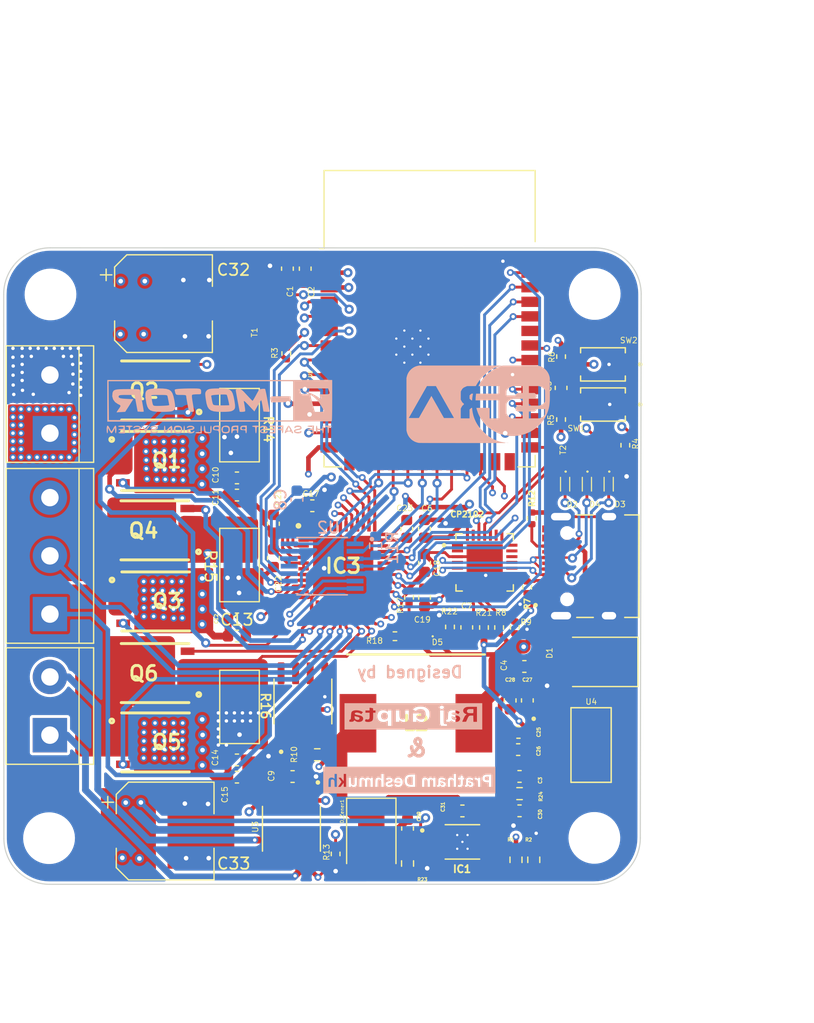
<source format=kicad_pcb>
(kicad_pcb (version 20211014) (generator pcbnew)
  (layers (0 "F.Cu" signal) (1 "In1.Cu" power "PWR") (2 "In2.Cu" power "GND") (31 "B.Cu" signal) (34 "B.Paste" user) (35 "F.Paste" user) (36 "B.SilkS" user "B.Silkscreen") (37 "F.SilkS" user "F.Silkscreen") (38 "B.Mask" user) (39 "F.Mask" user) (44 "Edge.Cuts" user))
  (net 0 "")
  (net 1 "3V3_IN")
  (net 2 "GND")
  (net 3 "/COMP")
  (net 4 "/EN")
  (net 5 "Net-(C7-Pad1)")
  (net 6 "VM")
  (net 7 "/DRV8323/CPL")
  (net 8 "/DRV8323/CPH")
  (net 9 "/IO47")
  (net 10 "/DRV8323/VCP")
  (net 11 "/DRV8323/DVDD")
  (net 12 "VBUS")
  (net 13 "/ESP_3V3")
  (net 14 "Net-(C29-Pad1)")
  (net 15 "Net-(C30-Pad1)")
  (net 16 "Net-(C31-Pad1)")
  (net 17 "Net-(C31-Pad2)")
  (net 18 "/D-")
  (net 19 "/D+")
  (net 20 "Net-(D5-Pad1)")
  (net 22 "Net-(IC1-Pad5)")
  (net 24 "/VSENSE")
  (net 25 "Net-(IC2-Pad9)")
  (net 27 "Net-(IC2-Pad11)")
  (net 33 "/RTS")
  (net 34 "/RXD")
  (net 35 "/TXD")
  (net 37 "/DTR")
  (net 48 "/DRV8323/GHA")
  (net 49 "/DRV8323/MOTOR_A")
  (net 50 "/DRV8323/GLA")
  (net 51 "/DRV8323/SPA")
  (net 52 "/DRV8323/SPB")
  (net 53 "/DRV8323/GLB")
  (net 54 "/DRV8323/MOTOR_B")
  (net 55 "/DRV8323/GHB")
  (net 56 "/DRV8323/GHC")
  (net 57 "/DRV8323/MOTOR_C")
  (net 58 "/DRV8323/GLC")
  (net 59 "/DRV8323/SPC")
  (net 60 "/IO19")
  (net 61 "/IO8")
  (net 62 "/IO1")
  (net 63 "/IO38")
  (net 64 "/IO37")
  (net 65 "/IO48")
  (net 66 "/IO36")
  (net 67 "/IO2")
  (net 69 "/IO17")
  (net 70 "/IO18")
  (net 71 "/IO21")
  (net 72 "/IO39")
  (net 73 "/IO40")
  (net 74 "/IO41")
  (net 80 "Net-(J1-PadA5)")
  (net 83 "Net-(J1-PadB5)")
  (net 84 "/CAN_BUS_IC/CANH")
  (net 85 "/CAN_BUS_IC/CANL")
  (net 86 "Net-(R3-Pad1)")
  (net 87 "Net-(R4-Pad2)")
  (net 88 "/BOOT")
  (net 89 "/IO35")
  (net 90 "/IO4")
  (net 91 "/IO5")
  (net 92 "/IO6")
  (net 93 "/IO7")
  (net 94 "/IO15")
  (net 95 "/IO16")
  (net 96 "/IO20")
  (net 99 "/IO9")
  (net 100 "/IO10")
  (net 101 "/IO11")
  (net 102 "/IO12")
  (net 103 "/IO13")
  (net 104 "/IO14")
  (footprint "CP2102:QFN50P500X500X100-29N" (layer "F.Cu") (at 70.69 102.77)
    (fp_text reference "CP2102")
    (fp_text value "CP2102")
  )
  (footprint "diodes_USB-UART:LESD5D50CT1G" (layer "F.Cu") (at 81.5 95.95 -90)
    (fp_text reference "D3")
    (fp_text value "LESD5D5.0CT1G" hide)
  )
  (footprint "Capacitor_SMD:C_0603_1608Metric" (layer "F.Cu") (at 53.5 77.15 90)
    (fp_text reference "C1")
    (fp_text value "10uF 25V")
  )
  (footprint "diodes_USB-UART:LESD5D50CT1G" (layer "F.Cu") (at 77.7 95.95 -90)
    (fp_text reference "D2")
    (fp_text value "LESD5D5.0CT1G" hide)
  )
  (footprint "Resistor_SMD:R_0603_1608Metric" (layer "F.Cu") (at 73.42 128.71 -90)
    (fp_text reference "R1")
    (fp_text value "30K")
  )
  (footprint "MountingHole:MountingHole_4mm" (layer "F.Cu") (at 32.725 126.825)
    (fp_text reference "H1" hide)
    (fp_text value "MountingHole" hide)
  )
  (footprint "DRV8323RS:QFN50P700X700X100-49N-D" (layer "F.Cu") (at 58.36 103.08)
    (fp_text reference "IC3")
    (fp_text value "DRV8323RSRGZT" hide)
  )
  (footprint "LED_SMD:LED_0402_1005Metric" (layer "F.Cu") (at 65.07 109.22 180)
    (fp_text reference "D5")
    (fp_text value "LED")
  )
  (footprint "SW_TL1015AF160QG:SW_TL1015AF160QG" (layer "F.Cu") (at 81 85.5 180)
    (fp_text reference "SW2")
    (fp_text value "SW_Push" hide)
  )
  (footprint "Resistor_SMD:R_0402_1005Metric" (layer "F.Cu") (at 74.8 98.93 90)
    (fp_text reference "R12")
    (fp_text value "5.1k")
  )
  (footprint "TerminalBlock:TerminalBlock_bornier-2_P5.08mm" (layer "F.Cu") (at 32.8 91.5 90)
    (fp_text reference "P1" hide)
    (fp_text value "282837-2" hide)
  )
  (footprint "BSC_Mosfets:PG-TDSON-8_1" (layer "F.Cu") (at 41.94 99.975)
    (fp_text reference "Q4")
    (fp_text value "BSC031N06NS3GATMA1" hide)
  )
  (footprint "Resistor_SMD:R_0402_1005Metric" (layer "F.Cu") (at 64.1 105.82 90)
    (fp_text reference "R17")
    (fp_text value "330")
  )
  (footprint "Resistor_SMD:R_0402_1005Metric" (layer "F.Cu") (at 82.95 92.55 90)
    (fp_text reference "R4")
    (fp_text value "10k")
  )
  (footprint "Capacitor_SMD:C_0603_1608Metric" (layer "F.Cu") (at 73.73 124.44 180)
    (fp_text reference "C30")
    (fp_text value "4.7nF")
  )
  (footprint "Diode_SMD:D_SMB" (layer "F.Cu") (at 60.81 126.89 -90)
    (fp_text reference "D_Zener1")
    (fp_text value "790mV" hide)
  )
  (footprint "TerminalBlock:TerminalBlock_bornier-3_P5.08mm" (layer "F.Cu") (at 32.8 107.28 90)
    (fp_text reference "J2" hide)
    (fp_text value "691214110003" hide)
  )
  (footprint "Resistor_6.4mm_3.2mm_1.2mm_pads:R_0.5m" (layer "F.Cu") (at 49.3 90.9 -90)
    (fp_text reference "R14")
    (fp_text value "0.5m")
  )
  (footprint "MountingHole:MountingHole_4mm" (layer "F.Cu") (at 80.28 79.36)
    (fp_text reference "H2" hide)
    (fp_text value "MountingHole" hide)
  )
  (footprint "Resistor_SMD:R_0603_1608Metric" (layer "F.Cu") (at 73.73 122.94)
    (fp_text reference "R24")
    (fp_text value "44.2K")
  )
  (footprint "Capacitor_SMD:C_0603_1608Metric" (layer "F.Cu") (at 49.1 95.4)
    (fp_text reference "C10")
    (fp_text value "1uF" hide)
  )
  (footprint "Capacitor_SMD:CP_Elec_8x10" (layer "F.Cu") (at 42.8425 126.2)
    (fp_text reference "C33")
    (fp_text value "330uF" hide)
  )
  (footprint "Resistor_SMD:R_0402_1005Metric" (layer "F.Cu") (at 73.32 108.44 -90)
    (fp_text reference "R9")
    (fp_text value "10K")
  )
  (footprint "Capacitor_SMD:C_0603_1608Metric" (layer "F.Cu") (at 68.75 124.45)
    (fp_text reference "C31")
    (fp_text value "100nF")
  )
  (footprint "Resistor_SMD:R_0402_1005Metric" (layer "F.Cu") (at 70.63 108.45 90)
    (fp_text reference "R21")
    (fp_text value "22.1K")
  )
  (footprint "Inductor_47uH:INDPM120120X800N" (layer "F.Cu") (at 64.7 116.8)
    (fp_text reference "L2")
    (fp_text value "47uH" hide)
  )
  (footprint "Capacitor_SMD:C_0603_1608Metric" (layer "F.Cu") (at 73.61 119.1 180)
    (fp_text reference "C26")
    (fp_text value "0.1uF 50V")
  )
  (footprint "Resistor_SMD:R_0402_1005Metric" (layer "F.Cu") (at 71.95 108.45 -90)
    (fp_text reference "R8")
    (fp_text value "1K")
  )
  (footprint "Resistor_SMD:R_0402_1005Metric" (layer "F.Cu") (at 53.4 84.55 90)
    (fp_text reference "R3")
    (fp_text value "10k")
  )
  (footprint "BC847_BJT:SOT23" (layer "F.Cu") (at 79.93 92.63 90)
    (fp_text reference "T2")
    (fp_text value "BC847")
  )
  (footprint "Resistor_SMD:R_0402_1005Metric" (layer "F.Cu") (at 74.39 104.94 90)
    (fp_text reference "R7")
    (fp_text value "5.1k")
  )
  (footprint "Capacitor_SMD:CP_Elec_8x10" (layer "F.Cu") (at 42.7 80.2)
    (fp_text reference "C32")
    (fp_text value "330uF")
  )
  (footprint "Capacitor_SMD:C_0603_1608Metric" (layer "F.Cu") (at 77.35 87.55 90)
    (fp_text reference "C5")
    (fp_text value "1uF")
  )
  (footprint "Capacitor_SMD:C_0603_1608Metric" (layer "F.Cu") (at 73.635 117.6 180)
    (fp_text reference "C25")
    (fp_text value "10uF 25V")
  )
  (footprint "Buck Converter:IC_XTR111AIDGQR" (layer "F.Cu") (at 68.75 127.15)
    (fp_text reference "IC1")
    (fp_text value "TPS54260DGQR")
  )
  (footprint "Capacitor_SMD:C_0603_1608Metric" (layer "F.Cu") (at 49.1 109.2)
    (fp_text reference "C13")
    (fp_text value "0.01uF")
  )
  (footprint "Capacitor_SMD:C_0603_1608Metric" (layer "F.Cu") (at 55.67 97.83 180)
    (fp_text reference "C17")
    (fp_text value "0.1uF")
  )
  (footprint "Capacitor_SMD:C_0603_1608Metric" (layer "F.Cu") (at 49.1 107.7)
    (fp_text reference "C12")
    (fp_text value "1uF")
  )
  (footprint "Capacitor_SMD:C_0603_1608Metric" (layer "F.Cu") (at 63.9 99.85 -90)
    (fp_text reference "C23")
    (fp_text value "1uF 6.3V")
  )
  (footprint "Capacitor_SMD:C_0603_1608Metric" (layer "F.Cu") (at 52.28 99.4 -90)
    (fp_text reference "C21")
    (fp_text value "1uF 16v")
  )
  (footprint "Capacitor_SMD:C_0603_1608Metric" (layer "F.Cu") (at 72.91 114.81 90)
    (fp_text reference "C28")
    (fp_text value "0.1uF 50V")
  )
  (footprint "RF_Module:ESP32-S3-WROOM-1" (layer "F.Cu") (at 65.89 81.49)
    (fp_text reference "U1")
    (fp_text value "ESP32-S3-WROOM-1" hide)
  )
  (footprint "Capacitor_SMD:C_0603_1608Metric" (layer "F.Cu") (at 65.45 105.84 90)
    (fp_text reference "C19")
    (fp_text value "0.1uF 6.3V")
  )
  (footprint "BSC_Mosfets:PG-TDSON-8_1" (layer "F.Cu") (at 42.019055 106.175 180)
    (fp_text reference "Q3")
    (fp_text value "BSC031N06NS3GATMA1" hide)
  )
  (footprint "TerminalBlock:TerminalBlock_bornier-2_P5.08mm" (layer "F.Cu") (at 32.8 117.84 90)
    (fp_text reference "P2" hide)
    (fp_text value "282837-2" hide)
  )
  (footprint "usb c:HRO_TYPE-C-31-M-12" (layer "F.Cu") (at 81.525 103.1 90)
    (fp_text reference "J1" hide)
    (fp_text value "TYPE-C-31-M-12" hide)
  )
  (footprint "Capacitor_SMD:C_0603_1608Metric" (layer "F.Cu") (at 49.1 120)
    (fp_text reference "C14")
    (fp_text value "1uF")
  )
  (footprint "BC847_BJT:SOT23" (layer "F.Cu") (at 51.78 81.18 90)
    (fp_text reference "T1")
    (fp_text value "BC847")
  )
  (footprint "BSC_Mosfets:PG-TDSON-8_1" (layer "F.Cu") (at 41.995945 87.775)
    (fp_text reference "Q2")
    (fp_text value "BSC031N06NS3GATMA1" hide)
  )
  (footprint "Resistor_SMD:R_0603_1608Metric" (layer "F.Cu") (at 56.1 119.55)
    (fp_text reference "R10")
    (fp_text value "4.7K" hide)
  )
  (footprint "Capacitor_SMD:C_0603_1608Metric" (layer "F.Cu") (at 55.05 77.15 90)
    (fp_text reference "C2")
    (fp_text value "0.1uF 50V")
  )
  (footprint "Capacitor_SMD:C_0603_1608Metric" (layer "F.Cu") (at 74.41 114.81 90)
    (fp_text reference "C27")
    (fp_text value "10uF 25V")
  )
  (footprint "Resistor_SMD:R_0402_1005Metric" (layer "F.Cu") (at 57.7 128.2 -90)
    (fp_text reference "R13")
    (fp_text value "10K")
  )
  (footprint "Capacitor_SMD:C_0603_1608Metric" (layer "F.Cu") (at 49.1 121.5)
    (fp_text reference "C15")
    (fp_text value "0.01uF")
  )
  (footprint "SW_TL1015AF160QG:SW_TL1015AF160QG" (layer "F.Cu") (at 81 89 180)
    (fp_text reference "SW1")
    (fp_text value "SW_Push" hide)
  )
  (footprint "Capacitor_SMD:C_0603_1608Metric" (layer "F.Cu") (at 52.28 102.4 -90)
    (fp_text reference "C22")
    (fp_text value "10uF")
  )
  (footprint "AMS1117-3:SOT229P700X180-4N" (layer "F.Cu") (at 79.9645 118.7)
    (fp_text reference "U4")
    (fp_text value "AMS1117-3.3" hide)
  )
  (footprint "BSC_Mosfets:PG-TDSON-8_1" (layer "F.Cu") (at 42 118.475 180)
    (fp_text reference "Q5")
    (fp_text value "BSC031N06NS3GATMA1" hide)
  )
  (footprint "Capacitor_SMD:C_0603_1608Metric" (layer "F.Cu") (at 69.13 108.44 -90)
    (fp_text reference "C7")
    (fp_text value "1uF 16V")
  )
  (footprint "BSC_Mosfets:PG-TDSON-8_1" (layer "F.Cu") (at 41.995945 93.925 180)
    (fp_text reference "Q1")
    (fp_text value "BSC031N06NS3GATMA1" hide)
  )
  (footprint "Capacitor_SMD:C_0603_1608Metric" (layer "F.Cu") (at 53.95 121.45)
    (fp_text reference "C9")
    (fp_text value "0.1uF")
  )
  (footprint "Capacitor_SMD:C_0603_1608Metric" (layer "F.Cu") (at 63.97 125.985 90)
    (fp_text reference "C29")
    (fp_text value "6.8nF")
  )
  (footprint "Resistor_SMD:R_0603_1608Metric" (layer "F.Cu") (at 74.97 128.71 90)
    (fp_text reference "R2")
    (fp_text value "10K")
  )
  (footprint "Capacitor_SMD:C_0603_1608Metric" (layer "F.Cu") (at 73.73 121.44)
    (fp_text reference "C3")
    (fp_text value "62pF")
  )
  (footprint "Capacitor_SMD:C_0603_1608Metric" (layer "F.Cu") (at 74.15 111.85)
    (fp_text reference "C4")
    (fp_text value "560uF")
  )
  (footprint "Resistor_6.4mm_3.2mm_1.2mm_pads:R_0.5m" (layer "F.Cu") (at 49.3 115.475 -90)
    (fp_text reference "R16")
    (fp_text value "0.5m" hide)
  )
  (footprint "MountingHole:MountingHole_4mm" (layer "F.Cu") (at 32.85 79.4)
    (fp_text reference "H3" hide)
    (fp_text value "MountingHole" hide)
  )
  (footprint "Diode_SMD:D_SMB" (layer "F.Cu") (at 80.5 111.45 180)
    (fp_text reference "D1")
    (fp_text value "D")
  )
  (footprint "diodes_USB-UART:LESD5D50CT1G" (layer "F.Cu") (at 79.6 95.95 -90)
    (fp_text reference "D4")
    (fp_text value "LESD5D5.0CT1G" hide)
  )
  (footprint "Capacitor_SMD:C_0603_1608Metric" (layer "F.Cu") (at 65.45 102.82 90)
    (fp_text reference "C18")
    (fp_text value "0.1uF")
  )
  (footprint "MountingHole:MountingHole_4mm" (layer "F.Cu") (at 80.25 126.8)
    (fp_text reference "H4" hide)
    (fp_text value "MountingHole" hide)
  )
  (footprint "Resistor_SMD:R_0402_1005Metric" (layer "F.Cu") (at 62.87 109.21 180)
    (fp_text reference "R18")
    (fp_text value "10k")
  )
  (footprint "Resistor_SMD:R_0603_1608Metric" (layer "F.Cu") (at 63.97 129.035 -90)
    (fp_text reference "R23")
    (fp_text value "1.37M")
  )
  (footprint "Capacitor_SMD:C_0603_1608Metric" (layer "F.Cu") (at 49.1 96.9)
    (fp_text reference "C11")
    (fp_text value "0.01uF")
  )
  (footprint "Capacitor_SMD:C_0603_1608Metric" (layer "F.Cu") (at 65.44 99.84 90)
    (fp_text reference "C6")
    (fp_text value "10uF 25V")
  )
  (footprint "CAN-BUS-IC:SOIC127P599X175-8N" (layer "F.Cu") (at 53.85 126.005 -90)
    (fp_text reference "U3")
    (fp_text value "SN65HVD230DR")
  )
  (footprint "Resistor_SMD:R_0402_1005Metric" (layer "F.Cu") (at 77.35 90.31 90)
    (fp_text reference "R5")
    (fp_text value "10K")
  )
  (footprint "Resistor_6.4mm_3.2mm_1.2mm_pads:R_0.5m" (layer "F.Cu") (at 49.3 103.1 -90)
    (fp_text reference "R15")
    (fp_text value "0.5m" hide)
  )
  (footprint "Resistor_SMD:R_0402_1005Metric" (layer "F.Cu") (at 67.67 108.4 -90)
    (fp_text reference "R22")
    (fp_text value "47.5K")
  )
  (footprint "Temp-Sensor_DS18S20Z_:DS18S20Z_" (layer "F.Cu") (at 54.85 114.9 90)
    (fp_text reference "U5" hide)
    (fp_text value "DS18S20Z+" hide)
  )
  (footprint "BSC_Mosfets:PG-TDSON-8_1" (layer "F.Cu") (at 41.965 112.425)
    (fp_text reference "Q6")
    (fp_text value "BSC031N06NS3GATMA1" hide)
  )
  (footprint "Resistor_SMD:R_0402_1005Metric" (layer "F.Cu") (at 77.35 84.82 -90)
    (fp_text reference "R6")
    (fp_text value "10K")
  )
  (footprint "Resistor_SMD:R_0603_1608Metric" (layer "B.Cu") (at 61.19 101.32 -90)
    (fp_text reference "R11")
    (fp_text value "10K")
  )
  (footprint "LOGO" (layer "B.Cu") (at 64.49 116.2 180)
    (fp_text reference "G***" hide)
    (fp_text value "LOGO" hide)
  )
  (footprint "Capacitor_SMD:C_0603_1608Metric" (layer "B.Cu") (at 54.33 97.29 -90)
    (fp_text reference "C8")
    (fp_text value "0.1uF")
  )
  (footprint "LOGO" (layer "B.Cu") (at 64.13 121.75 180)
    (fp_text reference "G***" hide)
    (fp_text value "LOGO" hide)
  )
  (footprint "ENCODER:SOP65P640X120-14N" (layer "B.Cu") (at 56.525 103.1 180)
    (fp_text reference "U2")
    (fp_text value "AS5047P-ATSM")
  )
  (footprint "LOGO" (layer "B.Cu") (at 47.63 88.96 180)
    (fp_text reference "G***" hide)
    (fp_text value "LOGO" hide)
  )
  (footprint "LOGO" (layer "B.Cu") (at 70.13 88.96 180)
    (fp_text reference "G***" hide)
    (fp_text value "LOGO" hide)
  )
  (gr_arc (start 32.78 130.85) (mid 29.958644 129.681356) (end 28.79 126.86) (layer "Edge.Cuts") (width 0.1))
  (gr_line (start 32.83 75.33) (end 80.31 75.34) (layer "Edge.Cuts") (width 0.1))
  (gr_arc (start 80.31 75.34) (mid 83.152569 76.517431) (end 84.33 79.36) (layer "Edge.Cuts") (width 0.1))
  (gr_arc (start 84.256218 126.796218) (mid 83.07 129.66) (end 80.206218 130.846218) (layer "Edge.Cuts") (width 0.1))
  (gr_line (start 84.256218 126.796218) (end 84.33 79.36) (layer "Edge.Cuts") (width 0.1))
  (gr_arc (start 28.77 79.39) (mid 29.959146 76.519146) (end 32.83 75.33) (layer "Edge.Cuts") (width 0.1))
  (gr_line (start 32.78 130.85) (end 80.206218 130.846218) (layer "Edge.Cuts") (width 0.1))
  (gr_line (start 28.79 126.86) (end 28.77 79.39) (layer "Edge.Cuts") (width 0.1))
  (gr_text "&" (at 64.76 118.96) (layer "B.SilkS") (effects (font (size 1.5 1.5) (thickness 0.3)) (justify mirror)))
  (gr_text "Designed by" (at 68.88 112.93) (layer "B.SilkS") (effects (font (size 1 1) (thickness 0.2)) (justify left bottom mirror)))
  (segment (start 55.275 119.55) (end 55.275 117.565) (width 0.4) (layer "F.Cu") (net 1))
  (segment (start 68.665 98.389598) (end 69.363374 97.691224) (width 0.4) (layer "F.Cu") (net 1))
  (segment (start 57.14 77.5) (end 55.475 77.5) (width 0.4) (layer "F.Cu") (net 1))
  (segment (start 55.275 119.55) (end 55.075 119.55) (width 0.4) (layer "F.Cu") (net 1))
  (segment (start 53.215 123.535) (end 53.215 121.49) (width 0.4) (layer "F.Cu") (net 1))
  (segment (start 66.015 110.8) (end 64.585 109.37) (width 0.4) (layer "F.Cu") (net 1))
  (segment (start 73.42 110.8) (end 67.73 110.8) (width 0.4) (layer "F.Cu") (net 1))
  (segment (start 63.783145 96.993677) (end 64.739468 97.95) (width 0.4) (layer "F.Cu") (net 1))
  (segment (start 71.635 111.345) (end 71.635 113.895786) (width 1.2) (layer "F.Cu") (net 1))
  (segment (start 65.45 107.747538) (end 66.95 109.247538) (width 0.4) (layer "F.Cu") (net 1))
  (segment (start 73.12 110.13) (end 71.95 108.96) (width 0.4) (layer "F.Cu") (net 1))
  (segment (start 72.85 110.13) (end 71.635 111.345) (width 1.2) (layer "F.Cu") (net 1))
  (segment (start 66.95 110.02) (end 67.73 110.8) (width 0.4) (layer "F.Cu") (net 1))
  (segment (start 64.585 109.37) (end 64.585 109.22) (width 0.4) (layer "F.Cu") (net 1))
  (segment (start 55.075 119.55) (end 53.175 121.45) (width 0.4) (layer "F.Cu") (net 1))
  (segment (start 63.38 109.21) (end 64.575 109.21) (width 0.4) (layer "F.Cu") (net 1))
  (segment (start 66.145 106.615) (end 66.74 106.02) (width 0.4) (layer "F.Cu") (net 1))
  (segment (start 77.08 83.4) (end 77.35 83.67) (width 0.4) (layer "F.Cu") (net 1))
  (segment (start 68.665 99.485) (end 68.665 98.389598) (width 0.4) (layer "F.Cu") (net 1))
  (segment (start 74.09 110.13) (end 75.47 108.75) (width 0.6) (layer "F.Cu") (net 1))
  (segment (start 62.733606 105.33) (end 62.966972 105.563366) (width 0.25) (layer "F.Cu") (net 1))
  (segment (start 81.01 108.75) (end 82.65 110.39) (width 0.6) (layer "F.Cu") (net 1))
  (segment (start 66.95 109.247538) (end 66.95 110.02) (width 0.4) (layer "F.Cu") (net 1))
  (segment (start 77.35 91.82) (end 77.34 91.83) (width 0.4) (layer "F.Cu") (net 1))
  (segment (start 74.09 110.13) (end 73.375 110.845) (width 0.4) (layer "F.Cu") (net 1))
  (segment (start 64.575 109.21) (end 64.585 109.22) (width 0.4) (layer "F.Cu") (net 1))
  (segment (start 71.635 113.895786) (end 69.75 115.780786) (width 1.2) (layer "F.Cu") (net 1))
  (segment (start 64.739468 97.95) (end 69.104598 97.95) (width 0.4) (layer "F.Cu") (net 1))
  (segment (start 82.65 110.39) (end 82.65 111.45) (width 0.6) (layer "F.Cu") (net 1))
  (segment (start 68.32 104.27) (end 68.32 103.77) (width 0.25) (layer "F.Cu") (net 1))
  (segment (start 77.35 83.67) (end 77.35 84.31) (width 0.4) (layer "F.Cu") (net 1))
  (segment (start 55.275 117.565) (end 55.485 117.355) (width 0.4) (layer "F.Cu") (net 1))
  (segment (start 73.42 127.885) (end 73.42 126.72) (width 0.4) (layer "F.Cu") (net 1))
  (segment (start 74.09 110.13) (end 73.42 110.8) (width 0.4) (layer "F.Cu") (net 1))
  (segment (start 55.475 77.5) (end 55.05 77.925) (width 0.4) (layer "F.Cu") (net 1))
  (segment (start 55.485 116.295) (end 56.08 115.7) (width 0.4) (layer "F.Cu") (net 1))
  (segment (start 53.5 77.925) (end 55.05 77.925) (width 0.4) (layer "F.Cu") (net 1))
  (segment (start 61.81 105.33) (end 62.733606 105.33) (width 0.25) (layer "F.Cu") (net 1))
  (segment (start 67.535 100.615) (end 68.665 99.485) (width 0.4) (layer "F.Cu") (net 1))
  (segment (start 68.32 104.27) (end 68.32 104.44) (width 0.25) (layer "F.Cu") (net 1))
  (segment (start 77.35 90.82) (end 77.35 91.82) (width 0.4) (layer "F.Cu") (net 1))
  (segment (start 65.45 106.615) (end 65.45 107.747538) (width 0.4) (layer "F.Cu") (net 1))
  (segment (start 74.09 110.13) (end 73.12 110.13) (width 0.4) (layer "F.Cu") (net 1))
  (segment (start 73.375 110.845) (end 73.375 111.85) (width 0.4) (layer "F.Cu") (net 1))
  (segment (start 69.75 115.780786) (end 69.75 116.8) (width 1.2) (layer "F.Cu") (net 1))
  (segment (start 57.14 77.5) (end 58.77 77.5) (width 0.4) (layer "F.Cu") (net 1))
  (segment (start 65.45 106.615) (end 66.145 106.615) (width 0.4) (layer "F.Cu") (net 1))
  (segment (start 55.485 117.355) (end 55.485 116.295) (width 0.4) (layer "F.Cu") (net 1))
  (segment (start 65.44 100.615) (end 67.535 100.615) (width 0.4) (layer "F.Cu") (net 1))
  (segment (start 75.47 108.75) (end 81.01 108.75) (width 0.6) (layer "F.Cu") (net 1))
  (segment (start 67.73 110.8) (end 66.015 110.8) (width 0.4) (layer "F.Cu") (net 1))
  (segment (start 53.215 121.49) (end 53.175 121.45) (width 0.4) (layer "F.Cu") (net 1))
  (segment (start 56.08 115.7) (end 56.18 115.6) (width 0.4) (layer "F.Cu") (net 1))
  (segment (start 68.32 104.44) (end 66.74 106.02) (width 0.25) (layer "F.Cu") (net 1))
  (segment (start 69.104598 97.95) (end 69.363374 97.691224) (width 0.4) (layer "F.Cu") (net 1))
  (segment (start 74.09 110.13) (end 72.85 110.13) (width 1.2) (layer "F.Cu") (net 1))
  (segment (start 56.18 115.6) (end 56.98 115.6) (width 0.4) (layer "F.Cu") (net 1))
  (via (at 62.966972 105.563366) (size 0.6) (drill 0.3) (layers "F.Cu" "B.Cu") (net 1))
  (via (at 73.42 126.72) (size 0.6) (drill 0.3) (layers "F.Cu" "B.Cu") (net 1))
  (via (at 77.34 91.83) (size 0.8) (drill 0.4) (layers "F.Cu" "B.Cu") (net 1))
  (via (at 63.783145 96.993677) (size 0.6) (drill 0.3) (layers "F.Cu" "B.Cu") (net 1))
  (via (at 66.74 106.02) (size 0.6) (drill 0.3) (layers "F.Cu" "B.Cu") (net 1))
  (via (at 56.98 115.6) (size 0.6) (drill 0.3) (layers "F.Cu" "B.Cu") (net 1))
  (via (at 69.363374 97.691224) (size 0.8) (drill 0.4) (layers "F.Cu" "B.Cu") (net 1))
  (via (at 77.08 83.4) (size 0.6) (drill 0.3) (layers "F.Cu" "B.Cu") (net 1))
  (via (at 58.77 77.5) (size 0.8) (drill 0.4) (layers "F.Cu" "B.Cu") (net 1))
  (via (at 74.09 110.13) (size 0.8) (drill 0.4) (layers "F.Cu" "B.Cu") (net 1))
  (via (at 57.32 95.33) (size 0.8) (drill 0.4) (layers "F.Cu" "B.Cu") (net 1))
  (segment (start 66.74 106.02) (end 63.423606 106.02) (width 0.4) (layer "B.Cu") (net 1))
  (segment (start 63.423606 106.02) (end 62.966972 105.563366) (width 0.4) (layer "B.Cu") (net 1))
  (segment (start 55.523629 96.515) (end 54.33 96.515) (width 0.4) (layer "B.Cu") (net 1))
  (segment (start 63.783145 96.993677) (end 63.783145 97.901855) (width 0.4) (layer "B.Cu") (net 1))
  (segment (start 53.655 103.1) (end 53.655 102.45) (width 0.25) (layer "B.Cu") (net 1))
  (segment (start 56.708629 95.33) (end 55.523629 96.515) (width 0.4) (layer "B.Cu") (net 1))
  (segment (start 52.917389 102.45) (end 52.1 101.632611) (width 0.25) (layer "B.Cu") (net 1))
  (segment (start 57.32 95.33) (end 56.708629 95.33) (width 0.4) (layer "B.Cu") (net 1))
  (segment (start 52.1 98.745) (end 54.33 96.515) (width 0.25) (layer "B.Cu") (net 1))
  (segment (start 53.655 102.45) (end 52.917389 102.45) (width 0.25) (layer "B.Cu") (net 1))
  (segment (start 63.783145 97.901855) (end 61.19 100.495) (width 0.4) (layer "B.Cu") (net 1))
  (segment (start 52.1 101.632611) (end 52.1 98.745) (width 0.25) (layer "B.Cu") (net 1))
  (segment (start 51.52 120) (end 51.85 119.67) (width 0.6) (layer "F.Cu") (net 2))
  (segment (start 49.875 107.7) (end 49.875 109.2) (width 0.6) (layer "F.Cu") (net 2))
  (segment (start 49.875 106.020502) (end 49.287526 105.433028) (width 0.6) (layer "F.Cu") (net 2))
  (segment (start 68.32 102.27) (end 70.19 102.27) (width 0.25) (layer "F.Cu") (net 2))
  (segment (start 55.195 76.23) (end 55.05 76.375) (width 0.4) (layer "F.Cu") (net 2))
  (segment (start 51.98 76.9) (end 52.505 76.375) (width 0.4) (layer "F.Cu") (net 2))
  (segment (start 54.91 105.83) (end 55.61 105.83) (width 0.25) (layer "F.Cu") (net 2))
  (segment (start 74.39 105.45) (end 74.39 105.81) (width 0.4) (layer "F.Cu") (net 2))
  (segment (start 74.8 98.42) (end 76.985 98.42) (width 0.4) (layer "F.Cu") (net 2))
  (segment (start 72.035 114.91) (end 72.91 114.035) (width 0.4) (layer "F.Cu") (net 2))
  (segment (start 75.625 114.035) (end 76.13 113.53) (width 0.4) (layer "F.Cu") (net 2))
  (segment (start 65.584327 101.910673) (end 65.45 102.045) (width 0.25) (layer "F.Cu") (net 2))
  (segment (start 62.81 126.37) (end 63.97 125.21) (width 0.6) (layer "F.Cu") (net 2))
  (segment (start 81.5 95.29) (end 79.6 95.29) (width 0.25) (layer "F.Cu") (net 2))
  (segment (start 76.43 99.695) (end 77.345 98.78) (width 0.25) (layer "F.Cu") (net 2))
  (segment (start 74.97 126.61) (end 75.18 126.4) (width 0.4) (layer "F.Cu") (net 2))
  (segment (start 81.5 95.29) (end 83.04 95.29) (width 0.25) (layer "F.Cu") (net 2))
  (segment (start 49.875 96.9) (end 49.875 95.4) (width 0.6) (layer "F.Cu") (net 2))
  (segment (start 69.13 109.215) (end 67.975 109.215) (width 0.4) (layer "F.Cu") (net 2))
  (segment (start 63.695 100.83) (end 63.9 100.625) (width 0.25) (layer "F.Cu") (net 2))
  (segment (start 72.86 117.6) (end 72.035 116.775) (width 0.4) (layer "F.Cu") (net 2))
  (segment (start 58.11 102.83) (end 58.36 103.08) (width 0.25) (layer "F.Cu") (net 2))
  (segment (start 77.7 95.29) (end 79.6 95.29) (width 0.25) (layer "F.Cu") (net 2))
  (segment (start 72.835 117.625) (end 72.86 117.6) (width 0.4) (layer "F.Cu") (net 2))
  (segment (start 67.281516 99.363082) (end 66.983434 99.065) (width 0.4) (layer "F.Cu") (net 2))
  (segment (start 75.255 114.035) (end 76.6195 115.3995) (width 0.4) (layer "F.Cu") (net 2))
  (segment (start 81.525 107.42) (end 77.345 107.42) (width 0.25) (layer "F.Cu") (net 2))
  (segment (start 74.37 76.5) (end 74.64 76.23) (width 0.25) (layer "F.Cu") (net 2))
  (segment (start 67.613396 108.91) (end 67.67 108.91) (width 0.4) (layer "F.Cu") (net 2))
  (segment (start 49.875 94.525) (end 48.57 93.22) (width 0.6) (layer "F.Cu") (net 2))
  (segment (start 74.39 105.81) (end 73.78 106.42) (width 0.4) (layer "F.Cu") (net 2))
  (segment (start 73.32 108.95) (end 74.03 108.95) (width 0.4) (layer "F.Cu") (net 2))
  (segment (start 76.6195 115.3995) (end 76.6195 116.41) (width 0.4) (layer "F.Cu") (net 2))
  (segment (start 49.875 121.5) (end 49.875 120) (width 0.6) (layer "F.Cu") (net 2))
  (segment (start 67.975 109.215) (end 67.67 108.91) (width 0.4) (layer "F.Cu") (net 2))
  (segment (start 49.875 95.4) (end 49.875 94.525) (width 0.6) (layer "F.Cu") (net 2))
  (segment (start 61.81 104.83) (end 60.11 104.83) (width 0.25) (layer "F.Cu") (net 2))
  (segment (start 74.03 108.95) (end 74.38 108.6) (width 0.4) (layer "F.Cu") (net 2))
  (segment (start 81.525 98.78) (end 81.525 107.42) (width 0.25) (layer "F.Cu") (net 2))
  (segment (start 67.224915 101.910673) (end 65.584327 101.910673) (width 0.25) (layer "F.Cu") (net 2))
  (segment (start 56.11 100.83) (end 58.36 103.08) (width 0.25) (layer "F.Cu") (net 2))
  (segment (start 74.505 120.77) (end 72.835 119.1) (width 0.4) (layer "F.Cu") (net 2))
  (segment (start 60.61 100.83) (end 58.36 103.08) (width 0.25) (layer "F.Cu") (net 2))
  (segment (start 57.14 76.23) (end 55.195 76.23) (width 0.4) (layer "F.Cu") (net 2))
  (segment (start 55.61 106.53) (end 55.61 105.83) (width 0.25) (layer "F.Cu") (net 2))
  (segment (start 56.755 114.485) (end 56.76 114.49) (width 0.4) (layer "F.Cu") (net 2))
  (segment (start 61.81 100.83) (end 63.695 100.83) (width 0.25) (layer "F.Cu") (net 2))
  (segment (start 63.97 129.86) (end 62.81 128.7) (width 0.6) (layer "F.Cu") (net 2))
  (segment (start 57.7 128.71) (end 57.7 129.7) (width 0.4) (layer "F.Cu") (net 2))
  (segment (start 49.875 120) (end 51.52 120) (width 0.6) (layer "F.Cu") (net 2))
  (segment (start 46.6 126.05) (end 46.725 126.05) (width 1.5) (layer "F.Cu") (net 2))
  (segment (start 80.12 87.52) (end 81.59 88.99) (width 0.4) (layer "F.Cu") (net 2))
  (segment (start 72.955 124.44) (end 72.955 125.485) (width 0.4) (layer "F.Cu") (net 2))
  (segment (start 74.41 114.035) (end 75.255 114.035) (width 0.4) (layer "F.Cu") (net 2))
  (segment (start 70.85 126.65) (end 69.25 126.65) (width 0.25) (layer "F.Cu") (net 2))
  (segment (start 77.345 98.78) (end 81.525 98.78) (width 0.25) (layer "F.Cu") (net 2))
  (segment (start 81.6 89) (end 81.59 88.99) (width 0.4) (layer "F.Cu") (net 2))
  (segment (start 83.075 89) (end 83.075 85.5) (width 0.4) (layer "F.Cu") (net 2))
  (segment (start 83.075 89) (end 81.6 89) (width 0.4) (layer "F.Cu") (net 2))
  (segment (start 72.955 125.485) (end 73.2 125.73) (width 0.4) (layer "F.Cu") (net 2))
  (segment (start 52.28 103.175) (end 51.655 103.8) (width 0.4) (layer "F.Cu") (net 2))
  (segment (start 67.584242 102.27) (end 67.224915 101.910673) (width 0.25) (layer "F.Cu") (net 2))
  (segment (start 72.91 114.035) (end 74.41 114.035) (width 0.4) (layer "F.Cu") (net 2))
  (segment (start 74.925 111.85) (end 74.925 112.325) (width 0.4) (layer "F.Cu") (net 2))
  (segment (start 74.925 112.325) (end 76.13 113.53) (width 0.4) (layer "F.Cu") (net 2))
  (segment (start 65.68 129.45) (end 65.27 129.86) (width 0.6) (layer "F.Cu") (net 2))
  (segment (start 65.27 129.86) (end 63.97 129.86) (width 0.6) (layer "F.Cu") (net 2))
  (segment (start 76.985 98.42) (end 77.345 98.78) (width 0.4) (layer "F.Cu") (net 2))
  (segment (start 49.565308 103.8) (end 49.2555 104.109808) (width 0.4) (layer "F.Cu") (net 2))
  (segment (start 66.325358 102.920358) (end 66.325358 104.189642) (width 0.4) (layer "F.Cu") (net 2))
  (segment (start 77.345 107.265) (end 76.43 106.35) (width 0.25) (layer "F.Cu") (net 2))
  (segment (start 52.505 76.375) (end 53.5 76.375) (width 0.4) (layer "F.Cu") (net 2))
  (segment (start 74.97 127.885) (end 74.97 126.61) (width 0.4) (layer "F.Cu") (net 2))
  (segment (start 61.81 100.83) (end 60.61 100.83) (width 0.25) (layer "F.Cu") (net 2))
  (segment (start 63.15 129.04) (end 63.97 129.86) (width 0.6) (layer "F.Cu") (net 2))
  (segment (start 74.41 114.035) (end 75.625 114.035) (width 0.4) (layer "F.Cu") (net 2))
  (segment (start 76.43 99.85) (end 76.43 99.695) (width 0.25) (layer "F.Cu") (net 2))
  (segment (start 62.81 128.7) (end 62.81 126.37) (width 0.6) (layer "F.Cu") (net 2))
  (segment (start 70.19 102.27) (end 70.69 102.77) (width 0.25) (layer "F.Cu") (net 2))
  (segment (start 54.485 121.69) (end 54.725 121.45) (width 0.4) (layer "F.Cu") (net 2))
  (segment (start 58.11 99.63) (end 58.11 102.83) (width 0.25) (layer "F.Cu") (net 2))
  (segment (start 77.345 107.42) (end 77.345 107.265) (width 0.25) (layer "F.Cu") (net 2))
  (segment (start 65.45 102.045) (end 66.325358 102.920358) (width 0.4) (layer "F.Cu") (net 2))
  (segment (start 66.983434 99.065) (end 65.44 99.065) (width 0.4) (layer "F.Cu") (net 2))
  (segment (start 54.485 123.535) (end 54.485 121.69) (width 0.4) (layer "F.Cu") (net 2))
  (segment (start 72.035 116.775) (end 72.035 114.91) (width 0.4) (layer "F.Cu") (net 2))
  (segment (start 54.725 121.45) (end 55.99 121.45) (width 0.4) (layer "F.Cu") (net 2))
  (segment (start 77.35 88.325) (end 78.155 87.52) (width 0.4) (layer "F.Cu") (net 2))
  (segment (start 55.61 105.83) (end 58.36 103.08) (width 0.25) (layer "F.Cu") (net 2))
  (segment (start 49.875 107.7) (end 49.875 106.020502) (width 0.6) (layer "F.Cu") (net 2))
  (segment (start 51.655 103.8) (end 49.565308 103.8) (width 0.4) (layer "F.Cu") (net 2))
  (segment (start 74.505 121.44) (end 74.505 120.77) (width 0.4) (layer "F.Cu") (net 2))
  (segment (start 72.835 119.1) (end 72.835 117.625) (width 0.4) (layer "F.Cu") (net 2))
  (segment (start 53.5 76.375) (end 55.05 76.375) (width 0.4) (layer "F.Cu") (net 2))
  (segment (start 56.755 112.445) (end 56.755 114.485) (width 0.4) (layer "F.Cu") (net 2))
  (segment (start 66.73 108.026604) (end 67.613396 108.91) (width 0.4) (layer "F.Cu") (net 2))
  (segment (start 72.28 76.5) (end 74.37 76.5) (width 0.25) (layer "F.Cu") (net 2))
  (segment (start 60.11 106.53) (end 60.11 104.83) (width 0.25) (layer "F.Cu") (net 2))
  (segment (start 78.155 87.52) (end 80.12 87.52) (width 0.4) (layer "F.Cu") (net 2))
  (segment (start 69.25 126.65) (end 68.75 127.15) (width 0.25) (layer "F.Cu") (net 2))
  (segment (start 66.325358 104.189642) (end 65.45 105.065) (width 0.4) (layer "F.Cu") (net 2))
  (segment (start 54.91 100.83) (end 56.11 100.83) (width 0.25) (layer "F.Cu") (net 2))
  (segment (start 60.81 129.04) (end 63.15 129.04) (width 0.6) (layer "F.Cu") (net 2))
  (segment (start 68.32 102.27) (end 67.584242 102.27) (width 0.25) (layer "F.Cu") (net 2))
  (segment (start 60.11 104.83) (end 58.36 103.08) (width 0.25) (layer "F.Cu") (net 2))
  (segment (start 83.04 95.29) (end 83.06 95.27) (width 0.25) (layer "F.Cu") (net 2))
  (segment (start 66.73 107.370161) (end 66.73 108.026604) (width 0.4) (layer "F.Cu") (net 2))
  (segment (start 83.075 85.5) (end 81.53 85.5) (width 0.4) (layer "F.Cu") (net 2))
  (via (at 31.35 88.11) (size 0.6) (drill 0.3) (layers "F.Cu" "B.Cu") (net 2))
  (via (at 55.99 121.45) (size 0.8) (drill 0.4) (layers "F.Cu" "B.Cu") (net 2))
  (via (at 34.8 87.21) (size 0.6) (drill 0.3) (layers "F.Cu" "B.Cu") (net 2))
  (via (at 46.64 128.57) (size 0.8) (drill 0.4) (layers "F.Cu" "B.Cu") (net 2))
  (via (at 47.48 116.6) (size 0.6) (drill 0.3) (layers "F.Cu" "B.Cu") (net 2))
  (via (at 81.53 85.5) (size 0.6) (drill 0.3) (layers "F.Cu" "B.Cu") (net 2))
  (via (at 35.48 86.1) (size 0.6) (drill 0.3) (layers "F.Cu" "B.Cu") (net 2))
  (via (at 47.48 118) (size 0.6) (drill 0.3) (layers "F.Cu" "B.Cu") (net 2))
  (via (at 35.48 85.4) (size 0.6) (drill 0.3) (layers "F.Cu" "B.Cu") (net 2))
  (via (at 48.88 115.9) (size 0.6) (drill 0.3) (layers "F.Cu" "B.Cu") (net 2))
  (via (at 50.28 115.9) (size 0.6) (drill 0.3) (layers "F.Cu" "B.Cu") (net 2))
  (via (at 44.56 123.81) (size 0.8) (drill 0.4) (layers "F.Cu" "B.Cu") (net 2))
  (via (at 35.48 84.7) (size 0.6) (drill 0.3) (layers "F.Cu" "B.Cu") (net 2))
  (via (at 31.08 84.1) (size 0.6) (drill 0.3) (layers "F.Cu" "B.Cu") (net 2))
  (via (at 50.28 116.6) (size 0.6) (drill 0.3) (layers "F.Cu" "B.Cu") (net 2))
  (via (at 29.58 84.88) (size 0.6) (drill 0.3) (layers "F.Cu" "B.Cu") (net 2))
  (via (at 56.7 103.28) (size 0.8) (drill 0.4) (layers "F.Cu" "B.Cu") (net 2))
  (via (at 47.48 115.9) (size 0.6) (drill 0.3) (layers "F.Cu" "B.Cu") (net 2))
  (via (at 67.281516 99.363082) (size 0.8) (drill 0.4) (layers "F.Cu" "B.Cu") (net 2))
  (via (at 34.81 86.35) (size 0.6) (drill 0.3) (layers "F.Cu" "B.Cu") (net 2))
  (via (at 30.38 86.9) (size 0.6) (drill 0.3) (layers "F.Cu" "B.Cu") (net 2))
  (via (at 48.18 115.9) (size 0.6) (drill 0.3) (layers "F.Cu" "B.Cu") (net 2))
  (via (at 73.2 125.73) (size 0.8) (drill 0.4) (layers "F.Cu" "B.Cu") (net 2))
  (via (at 34.78 85.5) (size 0.6) (drill 0.3) (layers "F.Cu" "B.Cu") (net 2))
  (via (at 72.28 76.5) (size 0.6) (drill 0.3) (layers "F.Cu" "B.Cu") (net 2))
  (via (at 35.48 88.2) (size 0.6) (drill 0.3) (layers "F.Cu" "B.Cu") (net 2))
  (via (at 44.57 83.05) (size 0.8) (drill 0.4) (layers "F.Cu" "B.Cu") (net 2))
  (via (at 66.73 107.370161) (size 0.8) (drill 0.4) (layers "F.Cu" "B.Cu") (net 2))
  (via (at 35.48 86.8) (size 0.6) (drill 0.3) (layers "F.Cu" "B.Cu") (net 2))
  (via (at 30.41 87.76) (size 0.6) (drill 0.3) (layers "F.Cu" "B.Cu") (net 2))
  (via (at 32.48 84.1) (size 0.6) (drill 0.3) (layers "F.Cu" "B.Cu") (net 2))
  (via (at 49.2555 104.109808) (size 0.8) (drill 0.4) (layers "F.Cu" "B.Cu") (net 2))
  (via (at 47.48 118.7) (size 0.6) (drill 0.3) (layers "F.Cu" "B.Cu") (net 2))
  (via (at 30.38 84.8) (size 0.6) (drill 0.3) (layers "F.Cu" "B.Cu") (net 2))
  (via (at 74.38 108.6) (size 0.6) (drill 0.3) (layers "F.Cu" "B.Cu") (net 2))
  (via (at 30.38 86.2) (size 0.6) (drill 0.3) (layers "F.Cu" "B.Cu") (net 2))
  (via (at 44.67 128.57) (size 0.8) (drill 0.4) (layers "F.Cu" "B.Cu") (net 2))
  (via (at 29.58 84.1) (size 0.6) (drill 0.3) (layers "F.Cu" "B.Cu") (net 2))
  (via (at 46.69 78.14) (size 0.8) (drill 0.4) (layers "F.Cu" "B.Cu") (net 2))
  (via (at 65.68 129.45) (size 0.8) (drill 0.4) (layers "F.Cu" "B.Cu") (net 2))
  (via (at 48.01 91.84) (size 0.8) (drill 0.4) (layers "F.Cu" "B.Cu") (net 2))
  (via (at 34.47 87.96) (size 0.6) (drill 0.3) (layers "F.Cu" "B.Cu") (net 2))
  (via (at 34.58 84.1) (size 0.6) (drill 0.3) (layers "F.Cu" "B.Cu") (net 2))
  (via (at 48.18 118.7) (size 0.6) (drill 0.3) (layers "F.Cu" "B.Cu") (net 2))
  (via (at 48.18 116.6) (size 0.6) (drill 0.3) (layers "F.Cu" "B.Cu") (net 2))
  (via (at 35.28 84.1) (size 0.6) (drill 0.3) (layers "F.Cu" "B.Cu") (net 2))
  (via (at 49.58 115.9) (size 0.6) (drill 0.3) (layers "F.Cu" "B.Cu") (net 2))
  (via (at 33.98 84.8) (size 0.6) (drill 0.3) (layers "F.Cu" "B.Cu") (net 2))
  (via (at 46.58 123.84) (size 0.8) (drill 0.4) (layers "F.Cu" "B.Cu") (net 2))
  (via (at 51.85 119.67) (size 0.8) (drill 0.4) (layers "F.Cu" "B.Cu") (net 2))
  (via (at 49.325 117.7965) (size 0.8) (drill 0.4) (layers "F.Cu" "B.Cu") (net 2))
  (via (at 48.57 93.22) (size 0.8) (drill 0.4) (layers "F.Cu" "B.Cu") (net 2))
  (via (at 35.48 87.5) (size 0.6) (drill 0.3) (layers "F.Cu" "B.Cu") (net 2))
  (via (at 46.63 83.05) (size 0.8) (drill 0.4) (layers "F.Cu" "B.Cu") (net 2))
  (via (at 51.98 76.9) (size 0.8) (drill 0.4) (layers "F.Cu" "B.Cu") (net 2))
  (via (at 49.1 91.8) (size 0.8) (drill 0.4) (layers "F.Cu" "B.Cu") (net 2))
  (via (at 33.18 84.1) (size 0.6) (drill 0.3) (layers "F.Cu" "B.Cu") (net 2))
  (via (at 29.6 85.64) (size 0.6) (drill 0.3) (layers "F.Cu" "B.Cu") (net 2))
  (via (at 75.18 126.4) (size 0.6) (drill 0.3) (layers "F.Cu" "B.Cu") (net 2))
  (via (at 57.7 129.7) (size 0.8) (drill 0.4) (layers "F.Cu" "B.Cu") (net 2))
  (via (at 76.13 113.53) (size 0.8) (drill 0.4) (layers "F.Cu" "B.Cu") (net 2))
  (via (at 29.6 87.3) (size 0.6) (drill 0.3) (layers "F.Cu" "B.Cu") (net 2))
  (via (at 31.78 84.1) (size 0.6) (drill 0.3) (layers "F.Cu" "B.Cu") (net 2))
  (via (at 44.43 78.14) (size 0.8) (drill 0.4) (layers "F.Cu" "B.Cu") (net 2))
  (via (at 47.48 117.3) (size 0.6) (drill 0.3) (layers "F.Cu" "B.Cu") (net 2))
  (via (at 49.58 116.6) (size 0.6) (drill 0.3) (layers "F.Cu" "B.Cu") (net 2))
  (via (at 50.98 115.9) (size 0.6) (drill 0.3) (layers "F.Cu" "B.Cu") (net 2))
  (via (at 31.18 84.8) (size 0.6) (drill 0.3) (layers "F.Cu" "B.Cu") (net 2))
  (via (at 56.73 96.44) (size 0.8) (drill 0.4) (layers "F.Cu" "B.Cu") (net 2))
  (via (at 73.78 106.42) (size 0.6) (drill 0.3) (layers "F.Cu" "B.Cu") (net 2))
  (via (at 29.65 88.12) (size 0.6) (drill 0.3) (layers "F.Cu" "B.Cu") (net 2))
  (via (at 48.88 116.6) (size 0.6) (drill 0.3) (layers "F.Cu" "B.Cu") (net 2))
  (via (at 49.287526 105.433028) (size 0.8) (drill 0.4) (layers "F.Cu" "B.Cu") (net 2))
  (via (at 70.78 103.9) (size 0.6) (drill 0.3) (layers "F.Cu" "B.Cu") (net 2))
  (via (at 83.06 95.27) (size 0.8) (drill 0.4) (layers "F.Cu" "B.Cu") (net 2))
  (via (at 48.2795 104.12) (size 0.8) (drill 0.4) (layers "F.Cu" "B.Cu") (net 2))
  (via (at 30.38 85.5) (size 0.6) (drill 0.3) (layers "F.Cu" "B.Cu") (net 2))
  (via (at 29.59 86.44) (size 0.6) (drill 0.3) (layers "F.Cu" "B.Cu") (net 2))
  (via (at 81.59 88.99) (size 0.6) (drill 0.3) (layers "F.Cu" "B.Cu") (net 2))
  (via (at 56.76 114.49) (size 0.6) (drill 0.3) (layers "F.Cu" "B.Cu") (net 2))
  (via (at 33.88 84.1) (size 0.6) (drill 0.3) (layers "F.Cu" "B.Cu") (net 2))
  (via (at 30.38 84.1) (size 0.6) (drill 0.3) (layers "F.Cu" "B.Cu") (net 2))
  (via (at 34.68 84.8) (size 0.6) (drill 0.3) (layers "F.Cu" "B.Cu") (net 2))
  (segment (start 52.917389 101.8) (end 52.595 101.477611) (width 0.25) (layer "B.Cu") (net 2))
  (segment (start 52.595 99.8) (end 54.33 98.065) (width 0.25) (layer "B.Cu") (net 2))
  (segment (start 57.17 103.75) (end 56.7 103.28) (width 0.25) (layer "B.Cu") (net 2))
  (segment (start 54.33 98.065) (end 55.105 98.065) (width 0.25) (layer "B.Cu") (net 2))
  (segment (start 55.105 98.065) (end 56.73 96.44) (width 0.25) (layer "B.Cu") (net 2))
  (segment (start 52.595 101.477611) (end 52.595 99.8) (width 0.25) (layer "B.Cu") (net 2))
  (segment (start 59.395 103.75) (end 57.17 103.75) (width 0.25) (layer "B.Cu") (net 2))
  (segment (start 53.655 101.8) (end 52.917389 101.8) (width 0.25) (layer "B.Cu") (net 2))
  (segment (start 71.82 127.15) (end 72.13 126.84) (width 0.25) (layer "F.Cu") (net 3))
  (segment (start 72.13 126.84) (end 72.13 122.265) (width 0.25) (layer "F.Cu") (net 3))
  (segment (start 72.905 121.49) (end 72.955 121.44) (width 0.25) (layer "F.Cu") (net 3))
  (segment (start 72.13 122.265) (end 72.955 121.44) (width 0.25) (layer "F.Cu") (net 3))
  (segment (start 70.85 127.15) (end 71.82 127.15) (width 0.25) (layer "F.Cu") (net 3))
  (segment (start 72.905 122.94) (end 72.905 121.49) (width 0.25) (layer "F.Cu") (net 3))
  (segment (start 78.625 85.5) (end 77.35 86.775) (width 0.4) (layer "F.Cu") (net 4))
  (segment (start 77.35 86.775) (end 77.35 85.33) (width 0.4) (layer "F.Cu") (net 4))
  (segment (start 58.84 78.79) (end 57.16 78.79) (width 0.4) (layer "F.Cu") (net 4))
  (segment (start 57.14 78.77) (end 57.07 78.7) (width 0.25) (layer "F.Cu") (net 4))
  (segment (start 78.925 85.5) (end 80.2 85.5) (width 0.4) (layer "F.Cu") (net 4))
  (segment (start 50.68 80.58) (end 50.68 81.18) (width 0.25) (layer "F.Cu") (net 4))
  (segment (start 80.2 85.5) (end 80.21 85.49) (width 0.4) (layer "F.Cu") (net 4))
  (segment (start 78.925 85.5) (end 78.625 85.5) (width 0.4) (layer "F.Cu") (net 4))
  (segment (start 52.56 78.7) (end 50.68 80.58) (width 0.25) (layer "F.Cu") (net 4))
  (segment (start 57.07 78.7) (end 52.56 78.7) (width 0.25) (layer "F.Cu") (net 4))
  (segment (start 57.16 78.79) (end 57.14 78.77) (width 0.4) (layer "F.Cu") (net 4))
  (via (at 80.21 85.49) (size 0.8) (drill 0.4) (layers "F.Cu" "B.Cu") (net 4))
  (via (at 58.84 78.79) (size 0.8) (drill 0.4) (layers "F.Cu" "B.Cu") (net 4))
  (segment (start 69.18 107.615) (end 69.13 107.665) (width 0.25) (layer "F.Cu") (net 5))
  (segment (start 67.67 107.89) (end 68.905 107.89) (width 0.25) (layer "F.Cu") (net 5))
  (segment (start 69.72 107.075) (end 69.72 106.376446) (width 0.25) (layer "F.Cu") (net 5))
  (segment (start 69.13 107.665) (end 69.72 107.075) (width 0.25) (layer "F.Cu") (net 5))
  (segment (start 69.405 107.94) (end 69.13 107.665) (width 0.25) (layer "F.Cu") (net 5))
  (segment (start 69.19 105.846446) (end 69.19 105.14) (width 0.25) (layer "F.Cu") (net 5))
  (segment (start 70.63 107.94) (end 69.405 107.94) (width 0.25) (layer "F.Cu") (net 5))
  (segment (start 69.72 106.376446) (end 69.19 105.846446) (width 0.25) (layer "F.Cu") (net 5))
  (segment (start 68.905 107.89) (end 69.13 107.665) (width 0.25) (layer "F.Cu") (net 5))
  (segment (start 69.08 107.615) (end 69.13 107.665) (width 0.25) (layer "F.Cu") (net 5))
  (segment (start 49.2 97.775) (end 48.325 96.9) (width 0.4) (layer "F.Cu") (net 6))
  (segment (start 48.325 95.4) (end 48.325 96.9) (width 0.6) (layer "F.Cu") (net 6))
  (segment (start 48.325 107.7) (end 48.325 109.2) (width 0.6) (layer "F.Cu") (net 6))
  (segment (start 47 96.9) (end 46.05 95.95) (width 0.6) (layer "F.Cu") (net 6))
  (segment (start 48.325 96.9) (end 47 96.9) (width 0.6) (layer "F.Cu") (net 6))
  (segment (start 54.91 103.33) (end 54.91 102.83) (width 0.25) (layer "F.Cu") (net 6))
  (segment (start 51.405 98.425) (end 50.755 97.775) (width 0.4) (layer "F.Cu") (net 6))
  (segment (start 50.755 97.775) (end 49.2 97.775) (width 0.4) (layer "F.Cu") (net 6))
  (segment (start 65.4 126.65) (end 65.11 126.36) (width 0.25) (layer "F.Cu") (net 6))
  (segment (start 48.325 120) (end 48.325 121.5) (width 0.6) (layer "F.Cu") (net 6))
  (segment (start 53.485 102.83) (end 52.28 101.625) (width 0.25) (layer "F.Cu") (net 6))
  (segment (start 47.1 109.2) (end 46.07 108.17) (width 0.6) (layer "F.Cu") (net 6))
  (segment (start 47.11 121.5) (end 46.08 120.47) (width 0.6) (layer "F.Cu") (net 6))
  (segment (start 52.28 100.175) (end 51.405 99.3) (width 0.4) (layer "F.Cu") (net 6))
  (segment (start 66.65 126.65) (end 65.4 126.65) (width 0.25) (layer "F.Cu") (net 6))
  (segment (start 54.91 102.83) (end 53.485 102.83) (width 0.25) (layer "F.Cu") (net 6))
  (segment (start 65.11 126.36) (end 65.11 125.48) (width 0.25) (layer "F.Cu") (net 6))
  (segment (start 51.405 99.3) (end 51.405 98.425) (width 0.4) (layer "F.Cu") (net 6))
  (segment (start 52.28 100.175) (end 52.28 101.625) (width 0.4) (layer "F.Cu") (net 6))
  (segment (start 48.325 109.2) (end 47.1 109.2) (width 0.6) (layer "F.Cu") (net 6))
  (segment (start 65.11 125.48) (end 65.54 125.05) (width 0.25) (layer "F.Cu") (net 6))
  (segment (start 48.325 121.5) (end 47.11 121.5) (width 0.6) (layer "F.Cu") (net 6))
  (via (at 44.38 92.22) (size 0.6) (drill 0.3) (layers "F.Cu" "B.Cu") (net 6))
  (via (at 30.28 92.2) (size 0.6) (drill 0.3) (layers "F.Cu" "B.Cu") (net 6))
  (via (at 46.08 106.85) (size 0.8) (drill 0.4) (layers "F.Cu" "B.Cu") (net 6))
  (via (at 43.59 94.69) (size 0.6) (drill 0.3) (layers "F.Cu" "B.Cu") (net 6))
  (via (at 30.28 91.5) (size 0.6) (drill 0.3) (layers "F.Cu" "B.Cu") (net 6))
  (via (at 46.08 120.47) (size 0.8) (drill 0.4) (layers "F.Cu" "B.Cu") (net 6))
  (via (at 42.79 94.7) (size 0.6) (drill 0.3) (layers "F.Cu" "B.Cu") (net 6))
  (via (at 46.07 93.29) (size 0.8) (drill 0.4) (layers "F.Cu" "B.Cu") (net 6))
  (via (at 46.07 91.96) (size 0.8) (drill 0.4) (layers "F.Cu" "B.Cu") (net 6))
  (via (at 41.2 93.85) (size 0.6) (drill 0.3) (layers "F.Cu" "B.Cu") (net 6))
  (via (at 41.79 105.2) (size 0.6) (drill 0.3) (layers "F.Cu" "B.Cu") (net 6))
  (via (at 44.38 92.99) (size 0.6) (drill 0.3) (layers "F.Cu" "B.Cu") (net 6))
  (via (at 42.59 104.44) (size 0.6) (drill 0.3) (layers "F.Cu" "B.Cu") (net 6))
  (via (at 44.26 104.43) (size 0.6) (drill 0.3) (layers "F.Cu" "B.Cu") (net 6))
  (via (at 30.28 89.4) (size 0.6) (drill 0.3) (layers "F.Cu" "B.Cu") (net 6))
  (via (at 40.99 105.97) (size 0.6) (drill 0.3) (layers "F.Cu" "B.Cu") (net 6))
  (via (at 31.68 93.6) (size 0.6) (drill 0.3) (layers "F.Cu" "B.Cu") (net 6))
  (via (at 44.38 93.93) (size 0.6) (drill 0.3) (layers "F.Cu" "B.Cu") (net 6))
  (via (at 42.75 118.32) (size 0.6) (drill 0.3) (layers "F.Cu" "B.Cu") (net 6))
  (via (at 46.08 105.53) (size 0.8) (drill 0.4) (layers "F.Cu" "B.Cu") (net 6))
  (via (at 41.9 118.32) (size 0.6) (drill 0.3) (layers "F.Cu" "B.Cu") (net 6))
  (via (at 42 93.87) (size 0.6) (drill 0.3) (layers "F.Cu" "B.Cu") (net 6))
  (via (at 42.61 106.02) (size 0.6) (drill 0.3) (layers "F.Cu" "B.Cu") (net 6))
  (via (at 29.58 89.4) (size 0.6) (drill 0.3) (layers "F.Cu" "B.Cu") (net 6))
  (via (at 40.99 117.59) (size 0.6) (drill 0.3) (layers "F.Cu" "B.Cu") (net 6))
  (via (at 41.84 107.48) (size 0.6) (drill 0.3) (layers "F.Cu" "B.Cu") (net 6))
  (via (at 34.48 89.4) (size 0.6) (drill 0.3) (layers "F.Cu" "B.Cu") (net 6))
  (via (at 40.99 107.49) (size 0.6) (drill 0.3) (layers "F.Cu" "B.Cu") (net 6))
  (via (at 33.08 93.6) (size 0.6) (drill 0.3) (layers "F.Cu" "B.Cu") (net 6))
  (via (at 46.1 119.14) (size 0.8) (drill 0.4) (layers "F.Cu" "B.Cu") (net 6))
  (via (at 41.17 93.09) (size 0.6) (drill 0.3) (layers "F.Cu" "B.Cu") (net 6))
  (via (at 40.97 104.44) (size 0.6) (drill 0.3) (layers "F.Cu" "B.Cu") (net 6))
  (via (at 38.97 78.24) (size 0.8) (drill 0.4) (layers "F.Cu" "B.Cu") (net 6))
  (via (at 43.51 105.28) (size 0.6) (drill 0.3) (layers "F.Cu" "B.Cu") (net 6))
  (via (at 34.93 90.89) (size 0.6) (drill 0.3) (layers "F.Cu" "B.Cu") (net 6))
  (via (at 46.07 116.47) (size 0.8) (drill 0.4) (layers "F.Cu" "B.Cu") (net 6))
  (via (at 42.85 95.53) (size 0.6) (drill 0.3) (layers "F.Cu" "B.Cu") (net 6))
  (via (at 30.28 90.8) (size 0.6) (drill 0.3) (layers "F.Cu" "B.Cu") (net 6))
  (via (at 39.11 128.54) (size 0.8) (drill 0.4) (layers "F.Cu" "B.Cu") (net 6))
  (via (at 40.73 123.71) (size 0.8) (drill 0.4) (layers "F.Cu" "B.Cu") (net 6))
  (via (at 44.37 116.78) (size 0.6) (drill 0.3) (layers "F.Cu" "B.Cu") (net 6))
  (via (at 40.6 128.6) (size 0.8) (drill 0.4) (layers "F.Cu" "B.Cu") (net 6))
  (via (at 30.98 89.4) (size 0.6) (drill 0.3) (layers "F.Cu" "B.Cu") (net 6))
  (via (at 41.92 117.58) (size 0.6) (drill 0.3) (layers "F.Cu" "B.Cu") (net 6))
  (via (at 41.07 78.24) (size 0.8) (drill 0.4) (layers "F.Cu" "B.Cu") (net 6))
  (via (at 43.6 119.85) (size 0.6) (drill 0.3) (layers "F.Cu" "B.Cu") (net 6))
  (via (at 43.61 92.22) (size 0.6) (drill 0.3) (layers "F.Cu" "B.Cu") (net 6))
  (via (at 43.44 104.44) (size 0.6) (drill 0.3) (layers "F.Cu" "B.Cu") (net 6))
  (via (at 43.62 117.58) (size 0.6) (drill 0.3) (layers "F.Cu" "B.Cu") (net 6))
  (via (at 44.34 107.62) (size 0.6) (drill 0.3) (layers "F.Cu" "B.Cu") (net 6))
  (via (at 41.82 106.68) (size 0.6) (drill 0.3) (layers "F.Cu" "B.Cu") (net 6))
  (via (at 33.78 93.6) (size 0.6) (drill 0.3) (layers "F.Cu" "B.Cu") (net 6))
  (via (at 34.94 90.14) (size 0.6) (drill 0.3) (layers "F.Cu" "B.Cu") (net 6))
  (via (at 41.91 92.26) (size 0.6) (drill 0.3) (layers "F.Cu" "B.Cu") (net 6))
  (via (at 42.77 93.85) (size 0.6) (drill 0.3) (layers "F.Cu" "B.Cu") (net 6))
  (via (at 40.97 119.84) (size 0.6) (drill 0.3) (layers "F.Cu" "B.Cu") (net 6))
  (via (at 42.77 117.56) (size 0.6) (drill 0.3) (layers "F.Cu" "B.Cu") (net 6))
  (via (at 29.58 91.5) (size 0.6) (drill 0.3) (layers "F.Cu" "B.Cu") (net 6))
  (via (at 42.78 119.08) (size 0.6) (drill 0.3) (layers "F.Cu" "B.Cu") (net 6))
  (via (at 41.92 119.84) (size 0.6) (drill 0.3) (layers "F.Cu" "B.Cu") (net 6))
  (via (at 42.61 105.23) (size 0.6) (drill 0.3) (layers "F.Cu" "B.Cu") (net 6))
  (via (at 30.28 90.1) (size 0.6) (drill 0.3) (layers "F.Cu" "B.Cu") (net 6))
  (via (at 43.57 106.85) (size 0.6) (drill 0.3) (layers "F.Cu" "B.Cu") (net 6))
  (via (at 29.58 92.2) (size 0.6) (drill 0.3) (layers "F.Cu" "B.Cu") (net 6))
  (via (at 29.58 90.1) (size 0.6) (drill 0.3) (layers "F.Cu" "B.Cu") (net 6))
  (via (at 46.07 104.17) (size 0.8) (drill 0.4) (layers "F.Cu" "B.Cu") (net 6))
  (via (at 42.77 116.79) (size 0.6) (drill 0.3) (layers "F.Cu" "B.Cu") (net 6))
  (via (at 44.4 94.74) (size 0.6) (drill 0.3) (layers "F.Cu" "B.Cu") (net 6))
  (via (at 44.37 117.56) (size 0.6) (drill 0.3) (layers "F.Cu" "B.Cu") (net 6))
  (via (at 41.96 116.78) (size 0.6) (drill 0.3) (layers "F.Cu" "B.Cu") (net 6))
  (via (at 40.99 105.22) (size 0.6) (drill 0.3) (layers "F.Cu" "B.Cu") (net 6))
  (via (at 30.98 93.6) (size 0.6) (drill 0.3) (layers "F.Cu" "B.Cu") (net 6))
  (via (at 65.54 125.05) (size 0.8) (drill 0.4) (layers "F.Cu" "B.Cu") (net 6))
  (via (at 31.68 89.4) (size 0.6) (drill 0.3) (layers "F.Cu" "B.Cu") (net 6))
  (via (at 34.48 93.6) (size 0.6) (drill 0.3) (layers "F.Cu" "B.Cu") (net 6))
  (via (at 34.94 91.62) (size 0.6) (drill 0.3) (layers "F.Cu" "B.Cu") (net 6))
  (via (at 43.61 93.91) (size 0.6) (drill 0.3) (layers "F.Cu" "B.Cu") (net 6))
  (via (at 43.55 118.28) (size 0.6) (drill 0.3) (layers "F.Cu" "B.Cu") (net 6))
  (via (at 30.28 93.6) (size 0.6) (drill 0.3) (layers "F.Cu" "B.Cu") (net 6))
  (via (at 38.94 82.86) (size 0.8) (drill 0.4) (layers "F.Cu" "B.Cu") (net 6))
  (via (at 33.78 89.4) (size 0.6) (drill 0.3) (layers "F.Cu" "B.Cu") (net 6))
  (via (at 34.93 93.05) (size 0.6) (drill 0.3) (layers "F.Cu" "B.Cu") (net 6))
  (via (at 32.38 89.4) (size 0.6) (drill 0.3) (layers "F.Cu" "B.Cu") (net 6))
  (via (at 42.76 93.03) (size 0.6) (drill 0.3) (layers "F.Cu" "B.Cu") (net 6))
  (via (at 41.2 94.59) (size 0.6) (drill 0.3) (layers "F.Cu" "B.Cu") (net 6))
  (via (at 46.11 117.82) (size 0.8) (drill 0.4) (layers "F.Cu" "B.Cu") (net 6))
  (via (at 33.08 89.4) (size 0.6) (drill 0.3) (layers "F.Cu" "B.Cu") (net 6))
  (via (at 40.98 119.1) (size 0.6) (drill 0.3) (layers "F.Cu" "B.Cu") (net 6))
  (via (at 44.25 105.25) (size 0.6) (drill 0.3) (layers "F.Cu" "B.Cu") (net 6))
  (via (at 42.72 92.24) (size 0.6) (drill 0.3) (layers "F.Cu" "B.Cu") (net 6))
  (via (at 46.05 95.95) (size 0.8) (drill 0.4) (layers "F.Cu" "B.Cu") (net 6))
  (via (at 41.18 92.26) (size 0.6) (drill 0.3) (layers "F.Cu" "B.Cu") (net 6))
  (via (at 29.58 93.6) (size 0.6) (drill 0.3) (layers "F.Cu" "B.Cu") (net 6))
  (via (at 40.99 106.72) (size 0.6) (drill 0.3) (layers "F.Cu" "B.Cu") (net 6))
  (via (at 44.37 119.85) (size 0.6) (drill 0.3) (layers "F.Cu" "B.Cu") (net 6))
  (via (at 44.4 95.59) (size 0.6) (drill 0.3) (layers "F.Cu" "B.Cu") (net 6))
  (via (at 42.7 106.76) (size 0.6) (drill 0.3) (layers "F.Cu" "B.Cu") (net 6))
  (via (at 43.57 116.78) (size 0.6) (drill 0.3) (layers "F.Cu" "B.Cu") (net 6))
  (via (at 34.92 92.33) (size 0.6) (drill 0.3) (layers "F.Cu" "B.Cu") (net 6))
  (via (at 42.05 94.69) (size 0.6) (drill 0.3) (layers "F.Cu" "B.Cu") (net 6))
  (via (at 44.31 119.07) (size 0.6) (drill 0.3) (layers "F.Cu" "B.Cu") (net 6))
  (via (at 43.64 93.03) (size 0.6) (drill 0.3) (layers "F.Cu" "B.Cu") (net 6))
  (via (at 40.99 118.35) (size 0.6) (drill 0.3) (layers "F.Cu" "B.Cu") (net 6))
  (via (at 40.97 82.86) (size 0.8) (drill 0.4) (layers "F.Cu" "B.Cu") (net 6))
  (via (at 41.77 104.44) (size 0.6) (drill 0.3) (layers "F.Cu" "B.Cu") (net 6))
  (via (at 41.81 105.94) (size 0.6) (drill 0.3) (layers "F.Cu" "B.Cu") (net 6))
  (via (at 44.29 106.86) (size 0.6) (drill 0.3) (layers "F.Cu" "B.Cu") (net 6))
  (via (at 41.9 119.08) (size 0.6) (drill 0.3) (layers "F.Cu" "B.Cu") (net 6))
  (via (at 29.58 90.8) (size 0.6) (drill 0.3) (layers "F.Cu" "B.Cu") (net 6))
  (via (at 42.12 95.53) (size 0.6) (drill 0.3) (layers "F.Cu" "B.Cu") (net 6))
  (via (at 29.58 92.9) (size 0.6) (drill 0.3) (layers "F.Cu" "B.Cu") (net 6))
  (via (at 42.78 119.87) (size 0.6) (drill 0.3) (layers "F.Cu" "B.Cu") (net 6))
  (via (at 41.02 116.8) (size 0.6) (drill 0.3) (layers "F.Cu" "B.Cu") (net 6))
  (via (at 44.25 106.07) (size 0.6) (drill 0.3) (layers "F.Cu" "B.Cu") (net 6))
  (via (at 46.07 108.17) (size 0.8) (drill 0.4) (layers "F.Cu" "B.Cu") (net 6))
  (via (at 41.26 95.49) (size 0.6) (drill 0.3) (layers "F.Cu" "B.Cu") (net 6))
  (via (at 43.52 106.07) (size 0.6) (drill 0.3) (layers "F.Cu" "B.Cu") (net 6))
  (via (at 44.35 118.28) (size 0.6) (drill 0.3) (layers "F.Cu" "B.Cu") (net 6))
  (via (at 43.59 107.64) (size 0.6) (drill 0.3) (layers "F.Cu" "B.Cu") (net 6))
  (via (at 41.97 93.07) (size 0.6) (drill 0.3) (layers "F.Cu" "B.Cu") (net 6))
  (via (at 32.38 93.6) (size 0.6) (drill 0.3) (layers "F.Cu" "B.Cu") (net 6))
  (via (at 30.28 92.9) (size 0.6) (drill 0.3) (layers "F.Cu" "B.Cu") (net 6))
  (via (at 39.406728 123.723272) (size 0.8) (drill 0.4) (layers "F.Cu" "B.Cu") (net 6))
  (via (at 42.7 107.54) (size 0.6) (drill 0.3) (layers "F.Cu" "B.Cu") (net 6))
  (via (at 46.07 94.61) (size 0.8) (drill 0.4) (layers "F.Cu" "B.Cu") (net 6))
  (via (at 43.57 95.57) (size 0.6) (drill 0.3) (layers "F.Cu" "B.Cu") (net 6))
  (via (at 43.57 119.08) (size 0.6) (drill 0.3) (layers "F.Cu" "B.Cu") (net 6))
  (segment (start 65.27 125.32) (end 65.54 125.05) (width 0.4) (layer "B.Cu") (net 6))
  (segment (start 42.34 125.32) (end 65.27 125.32) (width 0.4) (layer "B.Cu") (net 6))
  (segment (start 40.73 123.71) (end 42.34 125.32) (width 0.4) (layer "B.Cu") (net 6))
  (segment (start 56.16 97.83) (end 56.445 97.83) (width 0.25) (layer "F.Cu") (net 7))
  (segment (start 54.16 101.33) (end 53.98 101.15) (width 0.25) (layer "F.Cu") (net 7))
  (segment (start 53.98 101.15) (end 53.98 100.01) (width 0.25) (layer "F.Cu") (net 7))
  (segment (start 54.91 101.33) (end 54.16 101.33) (width 0.25) (layer "F.Cu") (net 7))
  (segment (start 53.98 100.01) (end 56.16 97.83) (width 0.25) (layer "F.Cu") (net 7))
  (segment (start 54.91 101.83) (end 54.023604 101.83) (width 0.25) (layer "F.Cu") (net 8))
  (segment (start 53.53 101.336396) (end 53.53 99.823604) (width 0.25) (layer "F.Cu") (net 8))
  (segment (start 53.53 99.823604) (end 54.895 98.458604) (width 0.25) (layer "F.Cu") (net 8))
  (segment (start 54.895 98.458604) (end 54.895 97.83) (width 0.25) (layer "F.Cu") (net 8))
  (segment (start 54.023604 101.83) (end 53.53 101.336396) (width 0.25) (layer "F.Cu") (net 8))
  (segment (start 71.3745 96.1745) (end 70.33 95.13) (width 0.25) (layer "F.Cu") (net 9))
  (segment (start 63.133784 104.781461) (end 63.011461 104.781461) (width 0.25) (layer "F.Cu") (net 9))
  (segment (start 65.43 103.615) (end 65.45 103.595) (width 0.25) (layer "F.Cu") (net 9))
  (segment (start 64.1 105.015646) (end 65.45 103.665646) (width 0.4) (layer "F.Cu") (net 9))
  (segment (start 63.571461 104.781461) (end 64.1 105.31) (width 0.25) (layer "F.Cu") (net 9))
  (segment (start 70.33 95.13) (end 70.335 95.125) (width 0.25) (layer "F.Cu") (net 9))
  (segment (start 63.446161 108.123839) (end 63.446161 105.963839) (width 0.25) (layer "F.Cu") (net 9))
  (segment (start 63.446161 105.963839) (end 64.1 105.31) (width 0.25) (layer "F.Cu") (net 9))
  (segment (start 62.56 104.33) (end 61.81 104.33) (width 0.25) (layer "F.Cu") (net 9))
  (segment (start 63.011461 104.781461) (end 62.56 104.33) (width 0.25) (layer "F.Cu") (net 9))
  (segment (start 64.1 105.31) (end 64.1 105.015646) (width 0.4) (layer "F.Cu") (net 9))
  (segment (start 62.36 109.21) (end 63.446161 108.123839) (width 0.25) (layer "F.Cu") (net 9))
  (segment (start 63.133784 104.781461) (end 63.571461 104.781461) (width 0.25) (layer "F.Cu") (net 9))
  (segment (start 71.3745 96.7) (end 71.3745 96.1745) (width 0.25) (layer "F.Cu") (net 9))
  (segment (start 70.335 95.125) (end 70.335 93.99) (width 0.25) (layer "F.Cu") (net 9))
  (segment (start 65.45 103.665646) (end 65.45 103.595) (width 0.4) (layer "F.Cu") (net 9))
  (via (at 71.3745 96.7) (size 0.6) (drill 0.3) (layers "F.Cu" "B.Cu") (net 9))
  (via (at 63.133784 104.781461) (size 0.6) (drill 0.3) (layers "F.Cu" "B.Cu") (net 9))
  (segment (start 53.08 101.522792) (end 53.08 99.425) (width 0.25) (layer "F.Cu") (net 10))
  (segment (start 53.08 99.425) (end 52.28 98.625) (width 0.25) (layer "F.Cu") (net 10))
  (segment (start 54.91 102.33) (end 53.887208 102.33) (width 0.25) (layer "F.Cu") (net 10))
  (segment (start 53.887208 102.33) (end 53.08 101.522792) (width 0.25) (layer "F.Cu") (net 10))
  (segment (start 62.645 100.33) (end 63.9 99.075) (width 0.25) (layer "F.Cu") (net 11))
  (segment (start 61.81 100.33) (end 62.645 100.33) (width 0.25) (layer "F.Cu") (net 11))
  (segment (start 79.44 104.23) (end 78.480001 105.189999) (width 0.4) (layer "F.Cu") (net 12))
  (segment (start 74.7295 119.1) (end 76.6195 120.99) (width 0.4) (layer "F.Cu") (net 12))
  (segment (start 70.63 108.96) (end 70.63 109.96) (width 0.6) (layer "F.Cu") (net 12))
  (segment (start 75.5 105.55) (end 76.43 105.55) (width 0.4) (layer "F.Cu") (net 12))
  (segment (start 77.543628 101.010001) (end 78.560001 101.010001) (width 0.4) (layer "F.Cu") (net 12))
  (segment (start 74.385 119.1) (end 74.7295 119.1) (width 0.4) (layer "F.Cu") (net 12))
  (segment (start 77.183627 100.65) (end 77.543628 101.010001) (width 0.4) (layer "F.Cu") (net 12))
  (segment (start 78.9155 100.27) (end 78.9155 100.654502) (width 0.25) (layer "F.Cu") (net 12))
  (segment (start 74.71 106.98) (end 74.71 106.34) (width 0.4) (layer "F.Cu") (net 12))
  (segment (start 74.385 119.1) (end 74.385 117.625) (width 0.4) (layer "F.Cu") (net 12))
  (segment (start 74.385 117.625) (end 74.41 117.6) (width 0.4) (layer "F.Cu") (net 12))
  (segment (start 78.560001 101.010001) (end 79.44 101.89) (width 0.4) (layer "F.Cu") (net 12))
  (segment (start 77.7 96.61) (end 77.7 97.57) (width 0.25) (layer "F.Cu") (net 12))
  (segment (start 78.9155 100.654502) (end 78.560001 101.010001) (width 0.25) (layer "F.Cu") (net 12))
  (segment (start 74.41 117.34) (end 73.68 116.61) (width 0.4) (layer "F.Cu") (net 12))
  (segment (start 76.43 100.65) (end 77.183627 100.65) (width 0.4) (layer "F.Cu") (net 12))
  (segment (start 74.41 117.6) (end 74.41 117.34) (width 0.4) (layer "F.Cu") (net 12))
  (segment (start 77.543628 105.189999) (end 77.183627 105.55) (width 0.4) (layer "F.Cu") (net 12))
  (segment (start 77.183627 105.55) (end 76.43 105.55) (width 0.4) (layer "F.Cu") (net 12))
  (segment (start 78.480001 105.189999) (end 77.543628 105.189999) (width 0.4) (layer "F.Cu") (net 12))
  (segment (start 74.71 106.34) (end 75.5 105.55) (width 0.4) (layer "F.Cu") (net 12))
  (segment (start 79.44 101.89) (end 79.44 104.23) (width 0.4) (layer "F.Cu") (net 12))
  (segment (start 74.42 117.59) (end 74.41 117.6) (width 0.6) (layer "F.Cu") (net 12))
  (via (at 73.68 116.61) (size 0.6) (drill 0.3) (layers "F.Cu" "B.Cu") (net 12))
  (via (at 78.9155 100.27) (size 0.6) (drill 0.3) (layers "F.Cu" "B.Cu") (net 12))
  (via (at 74.71 106.98) (size 0.6) (drill 0.3) (layers "F.Cu" "B.Cu") (net 12))
  (via (at 77.7 97.57) (size 0.8) (drill 0.4) (layers "F.Cu" "B.Cu") (net 12))
  (via (at 70.63 109.96) (size 0.6) (drill 0.3) (layers "F.Cu" "B.Cu") (net 12))
  (segment (start 78.21 97.57) (end 78.9155 98.2755) (width 0.25) (layer "B.Cu") (net 12))
  (segment (start 78.9155 98.2755) (end 78.9155 100.27) (width 0.25) (layer "B.Cu") (net 12))
  (segment (start 70.63 109.96) (end 71.73 109.96) (width 0.4) (layer "B.Cu") (net 12))
  (segment (start 71.73 109.96) (end 74.71 106.98) (width 0.4) (layer "B.Cu") (net 12))
  (segment (start 70.63 113.56) (end 70.63 109.96) (width 0.4) (layer "B.Cu") (net 12))
  (segment (start 73.68 116.61) (end 70.63 113.56) (width 0.4) (layer "B.Cu") (net 12))
  (segment (start 77.7 97.57) (end 78.21 97.57) (width 0.25) (layer "B.Cu") (net 12))
  (segment (start 74.41 115.585) (end 74.41 115.848051) (width 0.4) (layer "F.Cu") (net 13))
  (segment (start 74.41 115.848051) (end 75.44 116.878051) (width 0.4) (layer "F.Cu") (net 13))
  (segment (start 72.91 115.585) (end 74.41 115.585) (width 0.4) (layer "F.Cu") (net 13))
  (segment (start 75.44 116.878051) (end 75.44 118.19) (width 0.4) (layer "F.Cu") (net 13))
  (segment (start 75.44 118.19) (end 75.95 118.7) (width 0.4) (layer "F.Cu") (net 13))
  (segment (start 76.6195 118.7) (end 78.35 116.9695) (width 0.6) (layer "F.Cu") (net 13))
  (segment (start 78.35 116.9695) (end 78.35 111.45) (width 0.6) (layer "F.Cu") (net 13))
  (segment (start 75.95 118.7) (end 76.6195 118.7) (width 0.4) (layer "F.Cu") (net 13))
  (segment (start 64.86 127.65) (end 63.97 126.76) (width 0.25) (layer "F.Cu") (net 14))
  (segment (start 66.65 127.65) (end 64.86 127.65) (width 0.25) (layer "F.Cu") (net 14))
  (segment (start 74.505 124.44) (end 74.505 122.99) (width 0.25) (layer "F.Cu") (net 15))
  (segment (start 74.505 122.99) (end 74.555 122.94) (width 0.25) (layer "F.Cu") (net 15))
  (segment (start 66.65 126.15) (end 66.65 125.775) (width 0.25) (layer "F.Cu") (net 16))
  (segment (start 66.65 125.775) (end 67.975 124.45) (width 0.25) (layer "F.Cu") (net 16))
  (segment (start 59.42 124.74) (end 60.81 124.74) (width 1.2) (layer "F.Cu") (net 17))
  (segment (start 58.125 118.325) (end 58.125 123.445) (width 1.2) (layer "F.Cu") (net 17))
  (segment (start 70.85 125.775) (end 69.525 124.45) (width 0.25) (layer "F.Cu") (net 17))
  (segment (start 58.125 123.445) (end 59.42 124.74) (width 1.2) (layer "F.Cu") (net 17))
  (segment (start 68.325 123.25) (end 62.3 123.25) (width 0.4) (layer "F.Cu") (net 17))
  (segment (start 62.3 123.25) (end 60.81 124.74) (width 0.4) (layer "F.Cu") (net 17))
  (segment (start 59.65 116.8) (end 58.125 118.325) (width 1.2) (layer "F.Cu") (net 17))
  (segment (start 69.525 124.45) (end 68.325 123.25) (width 0.4) (layer "F.Cu") (net 17))
  (segment (start 70.85 126.15) (end 70.85 125.775) (width 0.25) (layer "F.Cu") (net 17))
  (segment (start 75.27 103.85) (end 76.43 103.85) (width 0.2) (layer "F.Cu") (net 18))
  (segment (start 77.34 102.85) (end 77.59 103.1) (width 0.25) (layer "F.Cu") (net 18))
  (segment (start 68.32 103.27) (end 68.295001 103.245001) (width 0.2) (layer "F.Cu") (net 18))
  (segment (start 77.74 103.58) (end 77.59 103.58) (width 0.25) (layer "F.Cu") (net 18))
  (segment (start 68.295001 103.245001) (end 67.225357 103.245001) (width 0.2) (layer "F.Cu") (net 18))
  (segment (start 81.5 96.61) (end 81.5 97.57) (width 0.25) (layer "F.Cu") (net 18))
  (segment (start 74.89 103.47) (end 75.27 103.85) (width 0.2) (layer "F.Cu") (net 18))
  (segment (start 67.225357 103.245001) (end 67.025358 103.445) (width 0.2) (layer "F.Cu") (net 18))
  (segment (start 77.32 103.85) (end 76.43 103.85) (width 0.25) (layer "F.Cu") (net 18))
  (segment (start 77.59 103.1) (end 77.59 103.58) (width 0.25) (layer "F.Cu") (net 18))
  (segment (start 77.59 103.58) (end 77.32 103.85) (width 0.25) (layer "F.Cu") (net 18))
  (segment (start 78.28 104.12) (end 77.74 103.58) (width 0.25) (layer "F.Cu") (net 18))
  (segment (start 76.43 102.85) (end 77.34 102.85) (width 0.25) (layer "F.Cu") (net 18))
  (via (at 67.025358 103.445) (size 0.6) (drill 0.3) (layers "F.Cu" "B.Cu") (net 18))
  (via (at 78.28 104.12) (size 0.8) (drill 0.4) (layers "F.Cu" "B.Cu") (net 18))
  (via (at 74.89 103.47) (size 0.6) (drill 0.3) (layers "F.Cu" "B.Cu") (net 18))
  (via (at 81.5 97.57) (size 0.8) (drill 0.4) (layers "F.Cu" "B.Cu") (net 18))
  (segment (start 74.665001 103.245001) (end 67.225357 103.245001) (width 0.2) (layer "B.Cu") (net 18))
  (segment (start 81.5 97.57) (end 80.79 97.57) (width 0.25) (layer "B.Cu") (net 18))
  (segment (start 79.99 102.44) (end 78.31 104.12) (width 0.25) (layer "B.Cu") (net 18))
  (segment (start 78.31 104.12) (end 78.28 104.12) (width 0.25) (layer "B.Cu") (net 18))
  (segment (start 74.89 103.47) (end 74.665001 103.245001) (width 0.2) (layer "B.Cu") (net 18))
  (segment (start 80.79 97.57) (end 79.99 98.37) (width 0.25) (layer "B.Cu") (net 18))
  (segment (start 79.99 98.37) (end 79.99 102.44) (width 0.25) (layer "B.Cu") (net 18))
  (segment (start 67.225357 103.245001) (end 67.025358 103.445) (width 0.2) (layer "B.Cu") (net 18))
  (segment (start 74.92 102.54) (end 75.11 102.35) (width 0.2) (layer "F.Cu") (net 19))
  (segment (start 78.29 102.35) (end 78.34 102.4) (width 0.2) (layer "F.Cu") (net 19))
  (segment (start 75.11 102.35) (end 76.43 102.35) (width 0.2) (layer "F.Cu") (net 19))
  (segment (start 74.92 102.651471) (end 75.618529 103.35) (width 0.2) (layer "F.Cu") (net 19))
  (segment (start 75.618529 103.35) (end 76.43 103.35) (width 0.2) (layer "F.Cu") (net 19))
  (segment (start 68.32 102.77) (end 68.295001 102.794999) (width 0.2) (layer "F.Cu") (net 19))
  (segment (start 67.225357 102.794999) (end 67.025358 102.595) (width 0.2) (layer "F.Cu") (net 19))
  (segment (start 76.43 102.35) (end 78.29 102.35) (width 0.2) (layer "F.Cu") (net 19))
  (segment (start 74.92 102.54) (end 74.92 102.651471) (width 0.2) (layer "F.Cu") (net 19))
  (segment (start 79.6 97.56) (end 79.59 97.57) (width 0.25) (layer "F.Cu") (net 19))
  (segment (start 79.6 96.61) (end 79.6 97.56) (width 0.25) (layer "F.Cu") (net 19))
  (segment (start 68.295001 102.794999) (end 67.225357 102.794999) (width 0.2) (layer "F.Cu") (net 19))
  (via (at 79.59 97.57) (size 0.8) (drill 0.4) (layers "F.Cu" "B.Cu") (net 19))
  (via (at 67.025358 102.595) (size 0.6) (drill 0.3) (layers "F.Cu" "B.Cu") (net 19))
  (via (at 78.34 102.4) (size 0.8) (drill 0.4) (layers "F.Cu" "B.Cu") (net 19))
  (via (at 74.92 102.54) (size 0.6) (drill 0.3) (layers "F.Cu" "B.Cu") (net 19))
  (segment (start 79.54 97.62) (end 79.54 101.2) (width 0.25) (layer "B.Cu") (net 19))
  (segment (start 67.225357 102.794999) (end 67.025358 102.595) (width 0.2) (layer "B.Cu") (net 19))
  (segment (start 79.59 97.57) (end 79.54 97.62) (width 0.25) (layer "B.Cu") (net 19))
  (segment (start 79.54 101.2) (end 78.34 102.4) (width 0.25) (layer "B.Cu") (net 19))
  (segment (start 74.92 102.54) (end 74.665001 102.794999) (width 0.2) (layer "B.Cu") (net 19))
  (segment (start 74.665001 102.794999) (end 67.225357 102.794999) (width 0.2) (layer "B.Cu") (net 19))
  (segment (start 64.1 106.33) (end 64.1 107.14) (width 0.25) (layer "F.Cu") (net 20))
  (segment (start 64.1 107.14) (end 65.555 108.595) (width 0.25) (layer "F.Cu") (net 20))
  (segment (start 65.555 108.595) (end 65.555 109.22) (width 0.25) (layer "F.Cu") (net 20))
  (segment (start 66.65 128.15) (end 64.03 128.15) (width 0.25) (layer "F.Cu") (net 22))
  (segment (start 64.03 128.15) (end 63.97 128.21) (width 0.25) (layer "F.Cu") (net 22))
  (segment (start 63.97 128.21) (end 63.97 128.221396) (width 0.25) (layer "F.Cu") (net 22))
  (segment (start 74.97 129.535) (end 73.42 129.535) (width 0.4) (layer "F.Cu") (net 24))
  (segment (start 70.85 127.65) (end 71.8 127.65) (width 0.25) (layer "F.Cu") (net 24))
  (segment (start 71.8 127.65) (end 73.42 129.27) (width 0.25) (layer "F.Cu") (net 24))
  (segment (start 73.42 129.27) (end 73.42 129.535) (width 0.25) (layer "F.Cu") (net 24))
  (segment (start 71.91995 107.94) (end 71.95 107.94) (width 0.25) (layer "F.Cu") (net 25))
  (segment (start 69.69 105.71005) (end 71.91995 107.94) (width 0.25) (layer "F.Cu") (net 25))
  (segment (start 69.69 105.14) (end 69.69 105.71005) (width 0.25) (layer "F.Cu") (net 25))
  (segment (start 73.11 107.2) (end 71.816346 107.2) (width 0.25) (layer "F.Cu") (net 27))
  (segment (start 71.816346 107.2) (end 70.69 106.073654) (width 0.25) (layer "F.Cu") (net 27))
  (segment (start 70.69 106.073654) (end 70.69 105.14) (width 0.25) (layer "F.Cu") (net 27))
  (segment (start 73.32 107.41) (end 73.11 107.2) (width 0.25) (layer "F.Cu") (net 27))
  (segment (start 73.32 107.93) (end 73.32 107.41) (width 0.25) (layer "F.Cu") (net 27))
  (segment (start 82.95 93.06) (end 83.595 92.415) (width 0.25) (layer "F.Cu") (net 33))
  (segment (start 76.61495 94.405) (end 82.125 94.405) (width 0.25) (layer "F.Cu") (net 33))
  (segment (start 82.95 93.58) (end 82.95 93.06) (width 0.25) (layer "F.Cu") (net 33))
  (segment (start 82.125 94.405) (end 82.95 93.58) (width 0.25) (layer "F.Cu") (net 33))
  (segment (start 54.895 79.4245) (end 53.6855 79.4245) (width 0.25) (layer "F.Cu") (net 33))
  (segment (start 83.595 91.714462) (end 82.810538 90.93) (width 0.25) (layer "F.Cu") (net 33))
  (segment (start 83.595 92.415) (end 83.595 91.714462) (width 0.25) (layer "F.Cu") (net 33))
  (segment (start 71.19 100.4) (end 71.19 99.82995) (width 0.25) (layer "F.Cu") (net 33))
  (segment (start 53.6855 79.4245) (end 52.88 80.23) (width 0.25) (layer "F.Cu") (net 33))
  (segment (start 82.810538 90.93) (end 82.64 90.93) (width 0.25) (layer "F.Cu") (net 33))
  (segment (start 71.19 99.82995) (end 76.61495 94.405) (width 0.25) (layer "F.Cu") (net 33))
  (via (at 82.64 90.93) (size 0.8) (drill 0.4) (layers "F.Cu" "B.Cu") (net 33))
  (via (at 54.895 79.4245) (size 0.8) (drill 0.4) (layers "F.Cu" "B.Cu") (net 33))
  (via (at 58.88 80.69) (size 0.8) (drill 0.4) (layers "F.Cu" "B.Cu") (net 33))
  (segment (start 57.605 79.415) (end 58.88 80.69) (width 0.25) (layer "B.Cu") (net 33))
  (segment (start 54.895 79.4245) (end 54.9045 79.415) (width 0.25) (layer "B.Cu") (net 33))
  (segment (start 54.9045 79.415) (end 57.605 79.415) (width 0.25) (layer "B.Cu") (net 33))
  (segment (start 70.69 99.446772) (end 71.058386 99.078386) (width 0.25) (layer "F.Cu") (net 34))
  (segment (start 73.17 81.33) (end 74.64 81.33) (width 0.25) (layer "F.Cu") (net 34))
  (segment (start 74.64 81.33) (end 74.65 81.32) (width 0.25) (layer "F.Cu") (net 34))
  (segment (start 70.69 100.4) (end 70.69 99.446772) (width 0.25) (layer "F.Cu") (net 34))
  (via (at 71.058386 99.078386) (size 0.6) (drill 0.3) (layers "F.Cu" "B.Cu") (net 34))
  (via (at 73.17 81.33) (size 0.6) (drill 0.3) (layers "F.Cu" "B.Cu") (net 34))
  (segment (start 71.58 98.556772) (end 70.7495 97.726272) (width 0.25) (layer "B.Cu") (net 34))
  (segment (start 71.58 82.92) (end 73.17 81.33) (width 0.25) (layer "B.Cu") (net 34))
  (segment (start 70.7495 97.726272) (end 70.7495 96.441116) (width 0.25) (layer "B.Cu") (net 34))
  (segment (start 71.58 95.610616) (end 71.58 82.92) (width 0.25) (layer "B.Cu") (net 34))
  (segment (start 71.058386 99.078386) (end 71.58 98.556772) (width 0.25) (layer "B.Cu") (net 34))
  (segment (start 70.7495 96.441116) (end 71.58 95.610616) (width 0.25) (layer "B.Cu") (net 34))
  (segment (start 73.18 80.05) (end 74.65 80.05) (width 0.25) (layer "F.Cu") (net 35))
  (segment (start 70.19 100.4) (end 70.19 99.36) (width 0.25) (layer "F.Cu") (net 35))
  (segment (start 70.19 99.36) (end 69.96 99.13) (width 0.25) (layer "F.Cu") (net 35))
  (via (at 73.18 80.05) (size 0.6) (drill 0.3) (layers "F.Cu" "B.Cu") (net 35))
  (via (at 69.96 99.13) (size 0.6) (drill 0.3) (layers "F.Cu" "B.Cu") (net 35))
  (segment (start 71.13 95.42422) (end 71.13 82.1) (width 0.25) (layer "B.Cu") (net 35))
  (segment (start 70.2995 96.25472) (end 71.13 95.42422) (width 0.25) (layer "B.Cu") (net 35))
  (segment (start 69.96 99.13) (end 70.738416 98.351584) (width 0.25) (layer "B.Cu") (net 35))
  (segment (start 70.2995 97.912668) (end 70.2995 96.25472) (width 0.25) (layer "B.Cu") (net 35))
  (segment (start 70.738416 98.351584) (end 70.2995 97.912668) (width 0.25) (layer "B.Cu") (net 35))
  (segment (start 71.13 82.1) (end 73.18 80.05) (width 0.25) (layer "B.Cu") (net 35))
  (segment (start 79.92 93.41) (end 79.92 92.79) (width 0.25) (layer "F.Cu") (net 37))
  (segment (start 69.19 100.4) (end 69.19 98.85) (width 0.25) (layer "F.Cu") (net 37))
  (segment (start 69.59 98.45) (end 71.933554 98.45) (width 0.25) (layer "F.Cu") (net 37))
  (segment (start 54.992299 82.712299) (end 53.664598 84.04) (width 0.25) (layer "F.Cu") (net 37))
  (segment (start 79.92 92.79) (end 81.03 91.68) (width 0.25) (layer "F.Cu") (net 37))
  (segment (start 80.1745 91.68) (end 79.5545 91.06) (width 0.25) (layer "F.Cu") (net 37))
  (segment (start 69.19 98.85) (end 69.59 98.45) (width 0.25) (layer "F.Cu") (net 37))
  (segment (start 53.664598 84.04) (end 53.4 84.04) (width 0.25) (layer "F.Cu") (net 37))
  (segment (start 81.03 91.68) (end 80.1745 91.68) (width 0.25) (layer "F.Cu") (net 37))
  (segment (start 76.428554 93.955) (end 79.375 93.955) (width 0.25) (layer "F.Cu") (net 37))
  (segment (start 79.375 93.955) (end 79.92 93.41) (width 0.25) (layer "F.Cu") (net 37))
  (segment (start 71.933554 98.45) (end 76.428554 93.955) (width 0.25) (layer "F.Cu") (net 37))
  (via (at 54.992299 82.712299) (size 0.8) (drill 0.4) (layers "F.Cu" "B.Cu") (net 37))
  (via (at 79.5545 91.06) (size 0.8) (drill 0.4) (layers "F.Cu" "B.Cu") (net 37))
  (segment (start 52.041893 104.515071) (end 53.065741 104.515071) (width 0.25) (layer "F.Cu") (net 48))
  (segment (start 53.065741 104.515071) (end 53.750812 103.83) (width 0.25) (layer "F.Cu") (net 48))
  (segment (start 53.750812 103.83) (end 54.91 103.83) (width 0.25) (layer "F.Cu") (net 48))
  (via (at 39.161945 95.83) (size 0.8) (drill 0.4) (layers "F.Cu" "B.Cu") (net 48))
  (via (at 52.041893 104.515071) (size 0.6) (drill 0.3) (layers "F.Cu" "B.Cu") (net 48))
  (segment (start 47.64 96.75) (end 45.718629 96.75) (width 0.4) (layer "B.Cu") (net 48))
  (segment (start 50.675 103.148178) (end 50.675 99.785) (width 0.4) (layer "B.Cu") (net 48))
  (segment (start 39.701945 96.37) (end 39.161945 95.83) (width 0.4) (layer "B.Cu") (net 48))
  (segment (start 45.718629 96.75) (end 45.338629 96.37) (width 0.4) (layer "B.Cu") (net 48))
  (segment (start 52.041893 104.515071) (end 50.675 103.148178) (width 0.4) (layer "B.Cu") (net 48))
  (segment (start 45.338629 96.37) (end 39.701945 96.37) (width 0.4) (layer "B.Cu") (net 48))
  (segment (start 50.675 99.785) (end 47.64 96.75) (width 0.4) (layer "B.Cu") (net 48))
  (segment (start 38.005523 95.261422) (end 38.706945 94.56) (width 0.4) (layer "F.Cu") (net 49))
  (segment (start 52.904119 105.313089) (end 53.887208 104.33) (width 0.25) (layer "F.Cu") (net 49))
  (segment (start 52.090588 105.313089) (end 52.904119 105.313089) (width 0.25) (layer "F.Cu") (net 49))
  (segment (start 53.887208 104.33) (end 54.91 104.33) (width 0.25) (layer "F.Cu") (net 49))
  (segment (start 38.706945 94.56) (end 39.161945 94.56) (width 0.4) (layer "F.Cu") (net 49))
  (segment (start 38.005523 96.378152) (end 38.005523 95.261422) (width 0.4) (layer "F.Cu") (net 49))
  (via (at 38.005523 96.378152) (size 0.8) (drill 0.4) (layers "F.Cu" "B.Cu") (net 49))
  (via (at 52.090588 105.313089) (size 0.6) (drill 0.3) (layers "F.Cu" "B.Cu") (net 49))
  (segment (start 51.633089 105.313089) (end 50.04 103.72) (width 0.4) (layer "B.Cu") (net 49))
  (segment (start 45.120101 97) (end 38.627371 97) (width 0.4) (layer "B.Cu") (net 49))
  (segment (start 47.33 97.35) (end 45.470101 97.35) (width 0.4) (layer "B.Cu") (net 49))
  (segment (start 45.470101 97.35) (end 45.120101 97) (width 0.4) (layer "B.Cu") (net 49))
  (segment (start 52.090588 105.313089) (end 51.633089 105.313089) (width 0.4) (layer "B.Cu") (net 49))
  (segment (start 50.04 103.72) (end 50.04 100.06) (width 0.4) (layer "B.Cu") (net 49))
  (segment (start 38.627371 97) (end 38.005523 96.378152) (width 0.4) (layer "B.Cu") (net 49))
  (segment (start 50.04 100.06) (end 47.33 97.35) (width 0.4) (layer "B.Cu") (net 49))
  (segment (start 54.023604 104.83) (end 54.91 104.83) (width 0.25) (layer "F.Cu") (net 50))
  (segment (start 45.199945 85.5) (end 44.829945 85.87) (width 0.25) (layer "F.Cu") (net 50))
  (segment (start 51.353604 107.5) (end 51.18 107.5) (width 0.25) (layer "F.Cu") (net 50))
  (segment (start 46.48 85.5) (end 45.199945 85.5) (width 0.25) (layer "F.Cu") (net 50))
  (segment (start 54.023604 104.83) (end 51.353604 107.5) (width 0.25) (layer "F.Cu") (net 50))
  (via (at 46.48 85.5) (size 0.8) (drill 0.4) (layers "F.Cu" "B.Cu") (net 50))
  (via (at 51.18 107.5) (size 0.8) (drill 0.4) (layers "F.Cu" "B.Cu") (net 50))
  (segment (start 46.5845 110) (end 51.68 110) (width 0.25) (layer "F.Cu") (net 51))
  (segment (start 51.68 110) (end 52.58 109.1) (width 0.25) (layer "F.Cu") (net 51))
  (segment (start 52.58 109.1) (end 52.58 106.91) (width 0.25) (layer "F.Cu") (net 51))
  (segment (start 54.16 105.33) (end 54.91 105.33) (width 0.25) (layer "F.Cu") (net 51))
  (segment (start 46.38 109.7955) (end 46.5845 110) (width 0.25) (layer "F.Cu") (net 51))
  (segment (start 52.58 106.91) (end 54.16 105.33) (width 0.25) (layer "F.Cu") (net 51))
  (via (at 46.38 109.7955) (size 0.8) (drill 0.4) (layers "F.Cu" "B.Cu") (net 51))
  (via (at 44.829945 89.68) (size 0.8) (drill 0.4) (layers "F.Cu" "B.Cu") (net 51))
  (segment (start 43.49 98.42) (end 38.14 98.42) (width 0.4) (layer "B.Cu") (net 51))
  (segment (start 42.77005 89.68) (end 44.829945 89.68) (width 0.4) (layer "B.Cu") (net 51))
  (segment (start 37.19 95.26005) (end 42.77005 89.68) (width 0.4) (layer "B.Cu") (net 51))
  (segment (start 45.27 100.2) (end 43.49 98.42) (width 0.4) (layer "B.Cu") (net 51))
  (segment (start 37.19 97.47) (end 37.19 95.26005) (width 0.4) (layer "B.Cu") (net 51))
  (segment (start 38.14 98.42) (end 37.19 97.47) (width 0.4) (layer "B.Cu") (net 51))
  (segment (start 46.38 109.7955) (end 45.27 108.6855) (width 0.4) (layer "B.Cu") (net 51))
  (segment (start 45.27 108.6855) (end 45.27 100.2) (width 0.4) (layer "B.Cu") (net 51))
  (segment (start 54.805 108.521116) (end 56.11 107.216116) (width 0.25) (layer "F.Cu") (net 52))
  (segment (start 54.805 109.4905) (end 54.805 108.521116) (width 0.25) (layer "F.Cu") (net 52))
  (segment (start 56.11 107.216116) (end 56.11 106.53) (width 0.25) (layer "F.Cu") (net 52))
  (segment (start 54.8195 109.505) (end 54.805 109.4905) (width 0.25) (layer "F.Cu") (net 52))
  (via (at 46.5605 102) (size 0.8) (drill 0.4) (layers "F.Cu" "B.Cu") (net 52))
  (via (at 54.8195 109.505) (size 0.6) (drill 0.3) (layers "F.Cu" "B.Cu") (net 52))
  (segment (start 46.88 103.711) (end 46.88 107.03) (width 0.4) (layer "B.Cu") (net 52))
  (segment (start 46.88 107.03) (end 50.04 110.19) (width 0.4) (layer "B.Cu") (net 52))
  (segment (start 50.04 110.19) (end 54.1345 110.19) (width 0.4) (layer "B.Cu") (net 52))
  (segment (start 54.1345 110.19) (end 54.8195 109.505) (width 0.4) (layer "B.Cu") (net 52))
  (segment (start 46.5605 102) (end 46.5605 103.3915) (width 0.4) (layer "B.Cu") (net 52))
  (segment (start 46.5605 103.3915) (end 46.88 103.711) (width 0.4) (layer "B.Cu") (net 52))
  (segment (start 44.774 98.07) (end 46.25 98.07) (width 0.6) (layer "F.Cu") (net 53))
  (segment (start 55.43 108.78) (end 56.61 107.6) (width 0.25) (layer "F.Cu") (net 53))
  (segment (start 56.61 107.6) (end 56.61 106.53) (width 0.25) (layer "F.Cu") (net 53))
  (segment (start 46.25 98.07) (end 46.38 98.2) (width 0.6) (layer "F.Cu") (net 53))
  (via (at 55.43 108.78) (size 0.6) (drill 0.3) (layers "F.Cu" "B.Cu") (net 53))
  (via (at 46.38 98.2) (size 0.8) (drill 0.4) (layers "F.Cu" "B.Cu") (net 53))
  (segment (start 53.71 109.59) (end 54.52 108.78) (width 0.4) (layer "B.Cu") (net 53))
  (segment (start 50.288528 109.59) (end 53.71 109.59) (width 0.4) (layer "B.Cu") (net 53))
  (segment (start 55.41 108.8) (end 55.43 108.78) (width 0.4) (layer "B.Cu") (net 53))
  (segment (start 46.38 98.2) (end 46.38 99.676) (width 0.4) (layer "B.Cu") (net 53))
  (segment (start 46.38 99.676) (end 47.48 100.776) (width 0.4) (layer "B.Cu") (net 53))
  (segment (start 47.48 106.781472) (end 50.288528 109.59) (width 0.4) (layer "B.Cu") (net 53))
  (segment (start 47.48 100.776) (end 47.48 106.781472) (width 0.4) (layer "B.Cu") (net 53))
  (segment (start 54.52 108.78) (end 55.43 108.78) (width 0.4) (layer "B.Cu") (net 53))
  (segment (start 57.11 108.006116) (end 57.11 106.53) (width 0.25) (layer "F.Cu") (net 54))
  (segment (start 56.35 108.79) (end 56.35 108.766116) (width 0.25) (layer "F.Cu") (net 54))
  (segment (start 56.35 108.766116) (end 57.11 108.006116) (width 0.25) (layer "F.Cu") (net 54))
  (via (at 56.35 108.79) (size 0.6) (drill 0.3) (layers "F.Cu" "B.Cu") (net 54))
  (segment (start 38.916426 106.68) (end 44.006426 111.77) (width 0.4) (layer "B.Cu") (net 54))
  (segment (start 32.83 102.2) (end 37.31 106.68) (width 0.4) (layer "B.Cu") (net 54))
  (segment (start 53.81 111.77) (end 56.35 109.23) (width 0.4) (layer "B.Cu") (net 54))
  (segment (start 44.006426 111.77) (end 53.81 111.77) (width 0.4) (layer "B.Cu") (net 54))
  (segment (start 56.35 109.23) (end 56.35 108.79) (width 0.4) (layer "B.Cu") (net 54))
  (segment (start 56.35 108.79) (end 56.35 108.858384) (width 0.25) (layer "B.Cu") (net 54))
  (segment (start 37.31 106.68) (end 38.916426 106.68) (width 0.4) (layer "B.Cu") (net 54))
  (segment (start 32.8 102.2) (end 32.83 102.2) (width 0.4) (layer "B.Cu") (net 54))
  (segment (start 57.61 108.389294) (end 57.61 106.53) (width 0.25) (layer "F.Cu") (net 55))
  (segment (start 57.199647 108.799647) (end 57.61 108.389294) (width 0.25) (layer "F.Cu") (net 55))
  (via (at 39.185055 108.08) (size 0.8) (drill 0.4) (layers "F.Cu" "B.Cu") (net 55))
  (via (at 57.199647 108.799647) (size 0.6) (drill 0.3) (layers "F.Cu" "B.Cu") (net 55))
  (segment (start 39.185055 108.08) (end 43.475055 112.37) (width 0.4) (layer "B.Cu") (net 55))
  (segment (start 54.058528 112.37) (end 57.199647 109.228881) (width 0.4) (layer "B.Cu") (net 55))
  (segment (start 57.199647 108.799647) (end 57.199647 108.755763) (width 0.25) (layer "B.Cu") (net 55))
  (segment (start 57.199647 109.228881) (end 57.199647 108.799647) (width 0.4) (layer "B.Cu") (net 55))
  (segment (start 43.475055 112.37) (end 54.058528 112.37) (width 0.4) (layer "B.Cu") (net 55))
  (segment (start 58.11 108.769648) (end 58.11 106.53) (width 0.25) (layer "F.Cu") (net 56))
  (segment (start 58.08546 108.794188) (end 58.11 108.769648) (width 0.25) (layer "F.Cu") (net 56))
  (via (at 58.08546 108.794188) (size 0.6) (drill 0.3) (layers "F.Cu" "B.Cu") (net 56))
  (via (at 39.166 120.38) (size 0.8) (drill 0.4) (layers "F.Cu" "B.Cu") (net 56))
  (segment (start 54.31 112.97) (end 58.08546 109.19454) (width 0.4) (layer "B.Cu") (net 56))
  (segment (start 39.166 120.38) (end 39.166 115.584) (width 0.4) (layer "B.Cu") (net 56))
  (segment (start 39.166 115.584) (end 41.78 112.97) (width 0.4) (layer "B.Cu") (net 56))
  (segment (start 41.78 112.97) (end 54.31 112.97) (width 0.4) (layer "B.Cu") (net 56))
  (segment (start 58.08546 109.19454) (end 58.08546 108.794188) (width 0.4) (layer "B.Cu") (net 56))
  (segment (start 58.61 106.53) (end 58.61 108.44) (width 0.25) (layer "F.Cu") (net 57))
  (segment (start 58.61 108.44) (end 58.92 108.75) (width 0.25) (layer "F.Cu") (net 57))
  (via (at 58.92 108.75) (size 0.6) (drill 0.3) (layers "F.Cu" "B.Cu") (net 57))
  (segment (start 51.95 116.21) (end 58.92 109.24) (width 0.4) (layer "B.Cu") (net 57))
  (segment (start 32.8 107.28) (end 36.47 107.28) (width 0.4) (layer "B.Cu") (net 57))
  (segment (start 37.85 120.59) (end 38.57 121.31) (width 0.4) (layer "B.Cu") (net 57))
  (segment (start 48.48 121.31) (end 51.95 117.84) (width 0.4) (layer "B.Cu") (net 57))
  (segment (start 37.85 108.66) (end 37.85 120.59) (width 0.4) (layer "B.Cu") (net 57))
  (segment (start 38.57 121.31) (end 48.48 121.31) (width 0.4) (layer "B.Cu") (net 57))
  (segment (start 58.92 109.24) (end 58.92 108.75) (width 0.4) (layer "B.Cu") (net 57))
  (segment (start 51.95 117.84) (end 51.95 116.21) (width 0.4) (layer "B.Cu") (net 57))
  (segment (start 36.47 107.28) (end 37.85 108.66) (width 0.4) (layer "B.Cu") (net 57))
  (segment (start 59.11 107.916208) (end 59.11 106.53) (width 0.25) (layer "F.Cu") (net 58))
  (segment (start 58.22 110.52) (end 44.799 110.52) (width 0.25) (layer "F.Cu") (net 58))
  (segment (start 59.966896 108.773104) (end 59.11 107.916208) (width 0.25) (layer "F.Cu") (net 58))
  (segment (start 59.966896 108.773104) (end 58.22 110.52) (width 0.25) (layer "F.Cu") (net 58))
  (via (at 59.966896 108.773104) (size 0.6) (drill 0.3) (layers "F.Cu" "B.Cu") (net 58))
  (segment (start 58.653884 110.97) (end 51.3085 110.97) (width 0.25) (layer "F.Cu") (net 59))
  (segment (start 59.61 107.53303) (end 59.61 106.53) (width 0.25) (layer "F.Cu") (net 59))
  (segment (start 60.838485 108.761515) (end 60.838485 108.785399) (width 0.25) (layer "F.Cu") (net 59))
  (segment (start 60.838485 108.761515) (end 59.61 107.53303) (width 0.25) (layer "F.Cu") (net 59))
  (segment (start 51.3085 110.97) (end 49.325 112.9535) (width 0.25) (layer "F.Cu") (net 59))
  (segment (start 60.838485 108.785399) (end 58.653884 110.97) (width 0.25) (layer "F.Cu") (net 59))
  (via (at 60.838485 108.761515) (size 0.6) (drill 0.3) (layers "F.Cu" "B.Cu") (net 59))
  (segment (start 61.18 108.14) (end 60.61 107.57) (width 0.25) (layer "F.Cu") (net 60))
  (segment (start 55.3605 91.47) (end 57.14 91.47) (width 0.25) (layer "F.Cu") (net 60))
  (segment (start 60.61 107.57) (end 60.61 106.53) (width 0.25) (layer "F.Cu") (net 60))
  (segment (start 61.63 108.14) (end 61.18 108.14) (width 0.25) (layer "F.Cu") (net 60))
  (via (at 61.63 108.14) (size 0.6) (drill 0.3) (layers "F.Cu" "B.Cu") (net 60))
  (via (at 55.3605 91.47) (size 0.8) (drill 0.4) (layers "F.Cu" "B.Cu") (net 60))
  (segment (start 61.11 106.76) (end 61.11 106.53) (width 0.25) (layer "F.Cu") (net 61))
  (segment (start 55.7695 90.2) (end 57.14 90.2) (width 0.25) (layer "F.Cu") (net 61))
  (segment (start 55.42975 89.86025) (end 55.7695 90.2) (width 0.25) (layer "F.Cu") (net 61))
  (segment (start 61.92 107.57) (end 61.11 106.76) (width 0.25) (layer "F.Cu") (net 61))
  (segment (start 62.56 107.57) (end 61.92 107.57) (width 0.25) (layer "F.Cu") (net 61))
  (via (at 62.56 107.57) (size 0.6) (drill 0.3) (layers "F.Cu" "B.Cu") (net 61))
  (via (at 55.42975 89.86025) (size 0.8) (drill 0.4) (layers "F.Cu" "B.Cu") (net 61))
  (segment (start 72.93 77.49) (end 72.94 77.5) (width 0.25) (layer "F.Cu") (net 62))
  (segment (start 61.81 105.83) (end 62.27972 105.83) (width 0.25) (layer "F.Cu") (net 62))
  (segment (start 62.821161 106.371441) (end 62.821161 106.645661) (width 0.25) (layer "F.Cu") (net 62))
  (segment (start 72.94 77.5) (end 74.64 77.5) (width 0.25) (layer "F.Cu") (net 62))
  (segment (start 62.27972 105.83) (end 62.821161 106.371441) (width 0.25) (layer "F.Cu") (net 62))
  (via (at 72.93 77.49) (size 0.6) (drill 0.3) (layers "F.Cu" "B.Cu") (net 62))
  (via (at 62.821161 106.645661) (size 0.6) (drill 0.3) (layers "F.Cu" "B.Cu") (net 62))
  (segment (start 72.93 77.49) (end 73.28 77.49) (width 0.25) (layer "B.Cu") (net 62))
  (segment (start 75.545 102.281116) (end 75.545 103.698884) (width 0.25) (layer "B.Cu") (net 62))
  (segment (start 73.28 77.49) (end 75.48 79.69) (width 0.25) (layer "B.Cu") (net 62))
  (segment (start 75.48 79.69) (end 75.48 102.216116) (width 0.25) (layer "B.Cu") (net 62))
  (segment (start 75.48 102.216116) (end 75.545 102.281116) (width 0.25) (layer "B.Cu") (net 62))
  (segment (start 72.598223 106.645661) (end 62.821161 106.645661) (width 0.25) (layer "B.Cu") (net 62))
  (segment (start 75.545 103.698884) (end 72.598223 106.645661) (width 0.25) (layer "B.Cu") (net 62))
  (segment (start 73.11 87.66) (end 74.64 87.66) (width 0.25) (layer "F.Cu") (net 63))
  (segment (start 61.81 103.83) (end 63.0655 103.83) (width 0.25) (layer "F.Cu") (net 63))
  (segment (start 63.0655 103.83) (end 63.19 103.9545) (width 0.25) (layer "F.Cu") (net 63))
  (via (at 73.11 87.66) (size 0.6) (drill 0.3) (layers "F.Cu" "B.Cu") (net 63))
  (via (at 63.19 103.9545) (size 0.6) (drill 0.3) (layers "F.Cu" "B.Cu") (net 63))
  (segment (start 64.937422 104.582578) (end 63.818078 104.582578) (width 0.25) (layer "B.Cu") (net 63))
  (segment (start 73.11 87.66) (end 74.59 89.14) (width 0.25) (layer "B.Cu") (net 63))
  (segment (start 74.59 89.14) (end 74.59 99.3) (width 0.25) (layer "B.Cu") (net 63))
  (segment (start 66.400358 102.329642) (end 66.400358 103.119642) (width 0.25) (layer "B.Cu") (net 63))
  (segment (start 66.400358 103.119642) (end 64.937422 104.582578) (width 0.25) (layer "B.Cu") (net 63))
  (segment (start 67.23 101.5) (end 66.400358 102.329642) (width 0.25) (layer "B.Cu") (net 63))
  (segment (start 63.818078 104.582578) (end 63.19 103.9545) (width 0.25) (layer "B.Cu") (net 63))
  (segment (start 72.39 101.5) (end 67.23 101.5) (width 0.25) (layer "B.Cu") (net 63))
  (segment (start 74.59 99.3) (end 72.39 101.5) (width 0.25) (layer "B.Cu") (net 63))
  (segment (start 64.168118 103.957578) (end 64.14659 103.957578) (width 0.25) (layer "F.Cu") (net 64))
  (segment (start 73.09 88.9) (end 73.12 88.93) (width 0.25) (layer "F.Cu") (net 64))
  (segment (start 63.519012 103.33) (end 61.81 103.33) (width 0.25) (layer "F.Cu") (net 64))
  (segment (start 64.14659 103.957578) (end 63.519012 103.33) (width 0.25) (layer "F.Cu") (net 64))
  (segment (start 73.12 88.93) (end 74.64 88.93) (width 0.25) (layer "F.Cu") (net 64))
  (via (at 73.09 88.9) (size 0.6) (drill 0.3) (layers "F.Cu" "B.Cu") (net 64))
  (via (at 64.168118 103.957578) (size 0.6) (drill 0.3) (layers "F.Cu" "B.Cu") (net 64))
  (segment (start 74.14 89.95) (end 74.14 99.09) (width 0.25) (layer "B.Cu") (net 64))
  (segment (start 72.18 101.05) (end 66.479188 101.05) (width 0.25) (layer "B.Cu") (net 64))
  (segment (start 65.445 102.084188) (end 65.445 102.833314) (width 0.25) (layer "B.Cu") (net 64))
  (segment (start 64.320736 103.957578) (end 64.168118 103.957578) (width 0.25) (layer "B.Cu") (net 64))
  (segment (start 73.09 88.9) (end 74.14 89.95) (width 0.25) (layer "B.Cu") (net 64))
  (segment (start 74.14 99.09) (end 72.18 101.05) (width 0.25) (layer "B.Cu") (net 64))
  (segment (start 65.445 102.833314) (end 64.320736 103.957578) (width 0.25) (layer "B.Cu") (net 64))
  (segment (start 66.479188 101.05) (end 65.445 102.084188) (width 0.25) (layer "B.Cu") (net 64))
  (segment (start 72.41 96.12) (end 71.605 95.315) (width 0.25) (layer "F.Cu") (net 65))
  (segment (start 72.41 96.98) (end 72.41 96.12) (width 0.25) (layer "F.Cu") (net 65))
  (segment (start 63.902896 102.83) (end 61.81 102.83) (width 0.25) (layer "F.Cu") (net 65))
  (segment (start 64.233663 103.160767) (end 63.902896 102.83) (width 0.25) (layer "F.Cu") (net 65))
  (segment (start 71.605 95.315) (end 71.605 93.99) (width 0.25) (layer "F.Cu") (net 65))
  (segment (start 72.41 96.98) (end 72.415 96.975) (width 0.25) (layer "F.Cu") (net 65))
  (via (at 64.233663 103.160767) (size 0.6) (drill 0.3) (layers "F.Cu" "B.Cu") (net 65))
  (via (at 72.41 96.98) (size 0.6) (drill 0.3) (layers "F.Cu" "B.Cu") (net 65))
  (via (at 73.34 98.9) (size 0.6) (drill 0.3) (layers "F.Cu" "B.Cu") (net 65))
  (segment (start 66.292792 100.6) (end 71.64 100.6) (width 0.25) (layer "B.Cu") (net 65))
  (segment (start 71.64 100.6) (end 73.34 98.9) (width 0.25) (layer "B.Cu") (net 65))
  (segment (start 64.449045 103.160767) (end 64.995 102.614812) (width 0.25) (layer "B.Cu") (net 65))
  (segment (start 64.233663 103.160767) (end 64.449045 103.160767) (width 0.25) (layer "B.Cu") (net 65))
  (segment (start 64.995 101.897792) (end 66.292792 100.6) (width 0.25) (layer "B.Cu") (net 65))
  (segment (start 64.995 102.614812) (end 64.995 101.897792) (width 0.25) (layer "B.Cu") (net 65))
  (segment (start 64.355349 102.370579) (end 64.31477 102.33) (width 0.25) (layer "F.Cu") (net 66))
  (segment (start 64.31477 102.33) (end 61.81 102.33) (width 0.25) (layer "F.Cu") (net 66))
  (segment (start 73.22 90.2) (end 74.64 90.2) (width 0.25) (layer "F.Cu") (net 66))
  (segment (start 73.09 90.07) (end 73.22 90.2) (width 0.25) (layer "F.Cu") (net 66))
  (via (at 64.355349 102.370579) (size 0.6) (drill 0.3) (layers "F.Cu" "B.Cu") (net 66))
  (via (at 73.09 90.07) (size 0.6) (drill 0.3) (layers "F.Cu" "B.Cu") (net 66))
  (segment (start 73.09 90.07) (end 73.49 90.47) (width 0.25) (layer "B.Cu") (net 66))
  (segment (start 64.545 101.711396) (end 64.545 102.180928) (width 0.25) (layer "B.Cu") (net 66))
  (segment (start 64.545 102.180928) (end 64.355349 102.370579) (width 0.25) (layer "B.Cu") (net 66))
  (segment (start 73.49 90.47) (end 73.49 97.58) (width 0.25) (layer "B.Cu") (net 66))
  (segment (start 66.106396 100.15) (end 64.545 101.711396) (width 0.25) (layer "B.Cu") (net 66))
  (segment (start 73.49 97.58) (end 70.92 100.15) (width 0.25) (layer "B.Cu") (net 66))
  (segment (start 70.92 100.15) (end 66.106396 100.15) (width 0.25) (layer "B.Cu") (net 66))
  (segment (start 73.09 78.76) (end 74.63 78.76) (width 0.25) (layer "F.Cu") (net 67))
  (segment (start 63.79 101.83) (end 63.92 101.7) (width 0.25) (layer "F.Cu") (net 67))
  (segment (start 61.81 101.83) (end 63.79 101.83) (width 0.25) (layer "F.Cu") (net 67))
  (segment (start 74.63 78.76) (end 74.64 78.77) (width 0.25) (layer "F.Cu") (net 67))
  (via (at 63.92 101.7) (size 0.6) (drill 0.3) (layers "F.Cu" "B.Cu") (net 67))
  (via (at 73.09 78.76) (size 0.6) (drill 0.3) (layers "F.Cu" "B.Cu") (net 67))
  (segment (start 63.92 101.7) (end 70.68 94.94) (width 0.25) (layer "B.Cu") (net 67))
  (segment (start 70.68 81.17) (end 73.09 78.76) (width 0.25) (layer "B.Cu") (net 67))
  (segment (start 70.68 94.94) (end 70.68 81.17) (width 0.25) (layer "B.Cu") (net 67))
  (segment (start 56.83 123.54) (end 56.825 123.535) (width 0.4) (layer "F.Cu") (net 69))
  (segment (start 55.02 87.66) (end 57.14 87.66) (width 0.4) (layer "F.Cu") (net 69))
  (segment (start 56.825 123.535) (end 55.755 123.535) (width 0.4) (layer "F.Cu") (net 69))
  (via (at 56.83 123.54) (size 0.8) (drill 0.4) (layers "F.Cu" "B.Cu") (net 69))
  (via (at 55.02 87.66) (size 0.8) (drill 0.4) (layers "F.Cu" "B.Cu") (net 69))
  (segment (start 51.145 123.535) (end 50.16 124.52) (width 0.4) (layer "F.Cu") (net 70))
  (segment (start 51.945 123.535) (end 51.145 123.535) (width 0.4) (layer "F.Cu") (net 70))
  (segment (start 53.58 88.93) (end 57.14 88.93) (width 0.4) (layer "F.Cu") (net 70))
  (segment (start 53.55 88.9) (end 53.58 88.93) (width 0.4) (layer "F.Cu") (net 70))
  (via (at 50.16 124.52) (size 0.8) (drill 0.4) (layers "F.Cu" "B.Cu") (net 70))
  (via (at 53.55 88.9) (size 0.8) (drill 0.4) (layers "F.Cu" "B.Cu") (net 70))
  (segment (start 69.15 95.41) (end 69.15 94.075) (width 0.25) (layer "F.Cu") (net 71))
  (segment (start 69.15 94.075) (end 69.065 93.99) (width 0.25) (layer "F.Cu") (net 71))
  (segment (start 58.928747 96.537579) (end 60.11 97.718832) (width 0.25) (layer "F.Cu") (net 71))
  (segment (start 60.11 97.718832) (end 60.11 99.63) (width 0.25) (layer "F.Cu") (net 71))
  (via (at 58.928747 96.537579) (size 0.6) (drill 0.3) (layers "F.Cu" "B.Cu") (net 71))
  (via (at 69.15 95.41) (size 0.6) (drill 0.3) (layers "F.Cu" "B.Cu") (net 71))
  (segment (start 68.84 95.1) (end 61.154695 95.1) (width 0.25) (layer "B.Cu") (net 71))
  (segment (start 60.725 95.529695) (end 60.725 95.918604) (width 0.25) (layer "B.Cu") (net 71))
  (segment (start 60.082699 96.560905) (end 58.952073 96.560905) (width 0.25) (layer "B.Cu") (net 71))
  (segment (start 60.725 95.918604) (end 60.082699 96.560905) (width 0.25) (layer "B.Cu") (net 71))
  (segment (start 58.952073 96.560905) (end 58.928747 96.537579) (width 0.25) (layer "B.Cu") (net 71))
  (segment (start 61.154695 95.1) (end 60.725 95.529695) (width 0.25) (layer "B.Cu") (net 71))
  (segment (start 69.15 95.41) (end 68.84 95.1) (width 0.25) (layer "B.Cu") (net 71))
  (segment (start 73.12 86.39) (end 74.64 86.39) (width 0.25) (layer "F.Cu") (net 72))
  (segment (start 59.61 98.348119) (end 59.61 99.63) (width 0.25) (layer "F.Cu") (net 72))
  (segment (start 58.392026 97.130145) (end 59.61 98.348119) (width 0.25) (layer "F.Cu") (net 72))
  (via (at 73.12 86.39) (size 0.6) (drill 0.3) (layers "F.Cu" "B.Cu") (net 72))
  (via (at 58.392026 97.130145) (size 0.6) (drill 0.3) (layers "F.Cu" "B.Cu") (net 72))
  (segment (start 73.14 85.12) (end 74.64 85.12) (width 0.25) (layer "F.Cu") (net 73))
  (segment (start 58.218577 97.768577) (end 57.910768 97.768577) (width 0.25) (layer "F.Cu") (net 73))
  (segment (start 59.11 99.63) (end 59.11 98.66) (width 0.25) (layer "F.Cu") (net 73))
  (segment (start 59.11 98.66) (end 58.218577 97.768577) (width 0.25) (layer "F.Cu") (net 73))
  (via (at 73.14 85.12) (size 0.6) (drill 0.3) (layers "F.Cu" "B.Cu") (net 73))
  (via (at 57.910768 97.768577) (size 0.6) (drill 0.3) (layers "F.Cu" "B.Cu") (net 73))
  (segment (start 75.22 83.85) (end 74.64 83.85) (width 0.25) (layer "F.Cu") (net 74))
  (segment (start 76.1045 84.1) (end 75.47 84.1) (width 0.25) (layer "F.Cu") (net 74))
  (segment (start 58.240581 98.510581) (end 57.613054 98.510581) (width 0.25) (layer "F.Cu") (net 74))
  (segment (start 58.61 98.88) (end 58.240581 98.510581) (width 0.25) (layer "F.Cu") (net 74))
  (segment (start 58.61 99.63) (end 58.61 98.88) (width 0.25) (layer "F.Cu") (net 74))
  (segment (start 75.47 84.1) (end 75.22 83.85) (width 0.25) (layer "F.Cu") (net 74))
  (via (at 76.1045 84.1) (size 0.6) (drill 0.3) (layers "F.Cu" "B.Cu") (net 74))
  (via (at 57.613054 98.510581) (size 0.6) (drill 0.3) (layers "F.Cu" "B.Cu") (net 74))
  (segment (start 75.03 104.43) (end 74.39 104.43) (width 0.25) (layer "F.Cu") (net 80))
  (segment (start 76.43 104.35) (end 75.11 104.35) (width 0.25) (layer "F.Cu") (net 80))
  (segment (start 75.11 104.35) (end 75.03 104.43) (width 0.25) (layer "F.Cu") (net 80))
  (segment (start 76.43 101.35) (end 75.24 101.35) (width 0.25) (layer "F.Cu") (net 83))
  (segment (start 74.8 100.91) (end 74.8 99.44) (width 0.25) (layer "F.Cu") (net 83))
  (segment (start 75.24 101.35) (end 74.8 100.91) (width 0.25) (layer "F.Cu") (net 83))
  (segment (start 54.485 128.475) (end 54.485 129.795) (width 0.6) (layer "F.Cu") (net 84))
  (segment (start 54.485 129.795) (end 54.17 130.11) (width 0.6) (layer "F.Cu") (net 84))
  (via (at 54.17 130.11) (size 0.6) (drill 0.3) (layers "F.Cu" "B.Cu") (net 84))
  (segment (start 43.49 130.21) (end 35.9 122.62) (width 0.6) (layer "B.Cu") (net 84))
  (segment (start 35.9 122.62) (end 35.9 119.46) (width 0.6) (layer "B.Cu") (net 84))
  (segment (start 34.28 117.84) (end 32.8 117.84) (width 0.6) (layer "B.Cu") (net 84))
  (segment (start 54.07 130.21) (end 43.49 130.21) (width 0.6) (layer "B.Cu") (net 84))
  (segment (start 54.17 130.11) (end 54.07 130.21) (width 0.6) (layer "B.Cu") (net 84))
  (segment (start 35.9 119.46) (end 34.28 117.84) (width 0.6) (layer "B.Cu") (net 84))
  (segment (start 52.427504 126.99) (end 53.215 127.777496) (width 0.6) (layer "F.Cu") (net 85))
  (segment (start 50.65 126.99) (end 52.427504 126.99) (width 0.6) (layer "F.Cu") (net 85))
  (segment (start 53.215 127.777496) (end 53.215 128.475) (width 0.6) (layer "F.Cu") (net 85))
  (via (at 50.65 126.99) (size 0.6) (drill 0.3) (layers "F.Cu" "B.Cu") (net 85))
  (segment (start 36.97 115.31) (end 34.42 112.76) (width 0.6) (layer "B.Cu") (net 85))
  (segment (start 41.40137 126.99) (end 36.97 122.55863) (width 0.6) (layer "B.Cu") (net 85))
  (segment (start 34.42 112.76) (end 32.8 112.76) (width 0.6) (layer "B.Cu") (net 85))
  (segment (start 50.65 126.99) (end 41.40137 126.99) (width 0.6) (layer "B.Cu") (net 85))
  (segment (start 36.97 122.55863) (end 36.97 115.31) (width 0.6) (layer "B.Cu") (net 85))
  (segment (start 52.68 82.33) (end 52.88 82.13) (width 0.4) (layer "F.Cu") (net 86))
  (segment (start 52.68 84.396604) (end 53.343396 85.06) (width 0.4) (layer "F.Cu") (net 86))
  (segment (start 52.68 84.396604) (end 52.68 82.33) (width 0.4) (layer "F.Cu") (net 86))
  (segment (start 53.343396 85.06) (end 53.4 85.06) (width 0.4) (layer "F.Cu") (net 86))
  (segment (start 81.03 93.43) (end 82.42 92.04) (width 0.25) (layer "F.Cu") (net 87))
  (segment (start 81.03 93.58) (end 81.03 93.43) (width 0.25) (layer "F.Cu") (net 87))
  (segment (start 82.42 92.04) (end 82.95 92.04) (width 0.25) (layer "F.Cu") (net 87))
  (segment (start 78.83 92.63) (end 78.83 89.095) (width 0.25) (layer "F.Cu") (net 88))
  (segment (start 78.83 89.095) (end 78.925 89) (width 0.25) (layer "F.Cu") (net 88))
  (segment (start 77.35 89.8) (end 78.125 89.8) (width 0.25) (layer "F.Cu") (net 88))
  (segment (start 78.125 89.8) (end 78.925 89) (width 0.25) (layer "F.Cu") (net 88))
  (segment (start 78.72 92.74) (end 78.83 92.63) (width 0.25) (layer "F.Cu") (net 88))
  (segment (start 74.64 92.74) (end 78.72 92.74) (width 0.25) (layer "F.Cu") (net 88))
  (segment (start 57.7 126.51) (end 57.69 126.5) (width 0.25) (layer "F.Cu") (net 89))
  (segment (start 72.48 91.5) (end 72.51 91.47) (width 0.25) (layer "F.Cu") (net 89))
  (segment (start 57.7 127.69) (end 57.16 127.69) (width 0.25) (layer "F.Cu") (net 89))
  (segment (start 55.755 129.835) (end 56.16 130.24) (width 0.4) (layer "F.Cu") (net 89))
  (segment (start 57.16 127.69) (end 56.77 128.08) (width 0.25) (layer "F.Cu") (net 89))
  (segment (start 55.755 128.475) (end 55.755 129.835) (width 0.4) (layer "F.Cu") (net 89))
  (segment (start 72.51 91.47) (end 74.64 91.47) (width 0.25) (layer "F.Cu") (net 89))
  (segment (start 57.7 127.69) (end 57.7 126.51) (width 0.25) (layer "F.Cu") (net 89))
  (segment (start 56.77 128.08) (end 56.77 129.63) (width 0.25) (layer "F.Cu") (net 89))
  (segment (start 56.77 129.63) (end 56.16 130.24) (width 0.25) (layer "F.Cu") (net 89))
  (via (at 56.16 130.24) (size 0.6) (drill 0.3) (layers "F.Cu" "B.Cu") (net 89))
  (via (at 57.69 126.5) (size 0.8) (drill 0.4) (layers "F.Cu" "B.Cu") (net 89))
  (via (at 72.48 91.5) (size 0.8) (drill 0.4) (layers "F.Cu" "B.Cu") (net 89))
  (segment (start 54.996676 80.419208) (end 55.375884 80.04) (width 0.25) (layer "F.Cu") (net 90))
  (segment (start 55.375884 80.04) (end 57.14 80.04) (width 0.25) (layer "F.Cu") (net 90))
  (via (at 54.996676 80.419208) (size 0.8) (drill 0.4) (layers "F.Cu" "B.Cu") (net 90))
  (via (at 53.77 108.1) (size 0.6) (drill 0.3) (layers "F.Cu" "B.Cu") (net 90))
  (segment (start 56.82 105.05) (end 53.77 108.1) (width 0.25) (layer "B.Cu") (net 90))
  (segment (start 59.395 105.05) (end 56.82 105.05) (width 0.25) (layer "B.Cu") (net 90))
  (segment (start 55.12 81.31) (end 57.14 81.31) (width 0.25) (layer "F.Cu") (net 91))
  (segment (start 54.98 81.45) (end 55.12 81.31) (width 0.25) (layer "F.Cu") (net 91))
  (via (at 54.98 81.45) (size 0.8) (drill 0.4) (layers "F.Cu" "B.Cu") (net 91))
  (via (at 53.694549 107.292274) (size 0.6) (drill 0.3) (layers "F.Cu" "B.Cu") (net 91))
  (segment (start 59.395 104.4) (end 56.586823 104.4) (width 0.25) (layer "B.Cu") (net 91))
  (segment (start 56.586823 104.4) (end 53.694549 107.292274) (width 0.25) (layer "B.Cu") (net 91))
  (segment (start 57.15 82.59) (end 58.86 82.59) (width 0.25) (layer "F.Cu") (net 92))
  (via (at 58.86 82.59) (size 0.8) (drill 0.4) (layers "F.Cu" "B.Cu") (net 92))
  (segment (start 53.655 103.75) (end 52.917389 103.75) (width 0.25) (layer "B.Cu") (net 92))
  (segment (start 51.65 102.482611) (end 51.65 97.251701) (width 0.25) (layer "B.Cu") (net 92))
  (segment (start 51.65 97.251701) (end 52.8 96.101701) (width 0.25) (layer "B.Cu") (net 92))
  (segment (start 52.917389 103.75) (end 51.65 102.482611) (width 0.25) (layer "B.Cu") (net 92))
  (segment (start 57.645305 82.59) (end 58.86 82.59) (width 0.25) (layer "B.Cu") (net 92))
  (segment (start 52.8 86.41) (end 54.625 84.585) (width 0.25) (layer "B.Cu") (net 92))
  (segment (start 54.625 84.585) (end 55.650305 84.585) (width 0.25) (layer "B.Cu") (net 92))
  (segment (start 55.650305 84.585) (end 57.645305 82.59) (width 0.25) (layer "B.Cu") (net 92))
  (segment (start 52.8 96.101701) (end 52.8 86.41) (width 0.25) (layer "B.Cu") (net 92))
  (segment (start 57.15 83.86) (end 54.98 83.86) (width 0.25) (layer "F.Cu") (net 93))
  (via (at 54.98 83.86) (size 0.8) (drill 0.4) (layers "F.Cu" "B.Cu") (net 93))
  (segment (start 52.35 86.02) (end 52.35 95.915305) (width 0.25) (layer "B.Cu") (net 93))
  (segment (start 51.2 97.065305) (end 51.2 102.79) (width 0.25) (layer "B.Cu") (net 93))
  (segment (start 52.81 104.4) (end 53.655 104.4) (width 0.25) (layer "B.Cu") (net 93))
  (segment (start 54.98 83.86) (end 54.51 83.86) (width 0.25) (layer "B.Cu") (net 93))
  (segment (start 51.2 102.79) (end 52.81 104.4) (width 0.25) (layer "B.Cu") (net 93))
  (segment (start 52.35 95.915305) (end 51.2 97.065305) (width 0.25) (layer "B.Cu") (net 93))
  (segment (start 54.51 83.86) (end 52.35 86.02) (width 0.25) (layer "B.Cu") (net 93))
  (segment (start 55.1695 85.12) (end 57.14 85.12) (width 0.25) (layer "F.Cu") (net 94))
  (segment (start 54.98 85.3095) (end 55.1695 85.12) (width 0.25) (layer "F.Cu") (net 94))
  (segment (start 61.11 96.515305) (end 61.11 99.63) (width 0.25) (layer "F.Cu") (net 94))
  (segment (start 60.02 95.425305) (end 61.11 96.515305) (width 0.25) (layer "F.Cu") (net 94))
  (segment (start 60.02 95.37) (end 60.02 95.425305) (width 0.25) (layer "F.Cu") (net 94))
  (via (at 60.02 95.37) (size 0.6) (drill 0.3) (layers "F.Cu" "B.Cu") (net 94))
  (via (at 54.98 85.3095) (size 0.8) (drill 0.4) (layers "F.Cu" "B.Cu") (net 94))
  (segment (start 56.93 87.25) (end 56.93 92.65) (width 0.25) (layer "B.Cu") (net 94))
  (segment (start 59.590905 95.310905) (end 59.960905 95.310905) (width 0.25) (layer "B.Cu") (net 94))
  (segment (start 59.960905 95.310905) (end 60.02 95.37) (width 0.25) (layer "B.Cu") (net 94))
  (segment (start 56.93 92.65) (end 59.590905 95.310905) (width 0.25) (layer "B.Cu") (net 94))
  (segment (start 54.9895 85.3095) (end 56.93 87.25) (width 0.25) (layer "B.Cu") (net 94))
  (segment (start 54.98 85.3095) (end 54.9895 85.3095) (width 0.25) (layer "B.Cu") (net 94))
  (segment (start 55.09 86.39) (end 57.14 86.39) (width 0.25) (layer "F.Cu") (net 95))
  (segment (start 54.98 86.5) (end 55.09 86.39) (width 0.25) (layer "F.Cu") (net 95))
  (segment (start 60.61 97.090667) (end 60.61 99.63) (width 0.25) (layer "F.Cu") (net 95))
  (segment (start 59.455238 95.935905) (end 60.61 97.090667) (width 0.25) (layer "F.Cu") (net 95))
  (via (at 59.455238 95.935905) (size 0.6) (drill 0.3) (layers "F.Cu" "B.Cu") (net 95))
  (via (at 54.98 86.5) (size 0.8) (drill 0.4) (layers "F.Cu" "B.Cu") (net 95))
  (segment (start 55.22 86.5) (end 56.48 87.76) (width 0.25) (layer "B.Cu") (net 95))
  (segment (start 54.98 86.5) (end 55.22 86.5) (width 0.25) (layer "B.Cu") (net 95))
  (segment (start 56.48 87.76) (end 56.48 92.960667) (width 0.25) (layer "B.Cu") (net 95))
  (segment (start 56.48 92.960667) (end 59.455238 95.935905) (width 0.25) (layer "B.Cu") (net 95))
  (segment (start 55.33 93.63) (end 56.22 92.74) (width 0.4) (layer "F.Cu") (net 96))
  (segment (start 56.22 92.74) (end 57.14 92.74) (width 0.4) (layer "F.Cu") (net 96))
  (segment (start 56.242371 120.586627) (end 56.925 119.903998) (width 0.4) (layer "F.Cu") (net 96))
  (segment (start 56.755 117.355) (end 56.755 119.38) (width 0.4) (layer "F.Cu") (net 96))
  (segment (start 56.755 119.38) (end 56.925 119.55) (width 0.4) (layer "F.Cu") (net 96))
  (segment (start 55.33 95.07) (end 55.33 93.63) (width 0.4) (layer "F.Cu") (net 96))
  (segment (start 56.925 119.903998) (end 56.925 119.55) (width 0.4) (layer "F.Cu") (net 96))
  (via (at 55.33 95.07) (size 0.6) (drill 0.3) (layers "F.Cu" "B.Cu") (net 96))
  (via (at 56.242371 120.586627) (size 0.6) (drill 0.3) (layers "F.Cu" "B.Cu") (net 96))
  (segment (start 61.445 95.825) (end 61.45 95.83) (width 0.25) (layer "F.Cu") (net 99))
  (segment (start 61.455 95.825) (end 61.45 95.83) (width 0.25) (layer "F.Cu") (net 99))
  (segment (start 61.445 93.99) (end 61.445 95.825) (width 0.25) (layer "F.Cu") (net 99))
  (via (at 61.45 95.83) (size 0.8) (drill 0.4) (layers "F.Cu" "B.Cu") (net 99))
  (segment (start 56.13 101.15) (end 61.45 95.83) (width 0.25) (layer "B.Cu") (net 99))
  (segment (start 53.655 101.15) (end 56.13 101.15) (width 0.25) (layer "B.Cu") (net 99))
  (segment (start 62.715 96.505) (end 62.792299 96.582299) (width 0.25) (layer "F.Cu") (net 100))
  (segment (start 62.715 93.99) (end 62.715 96.505) (width 0.25) (layer "F.Cu") (net 100))
  (via (at 62.792299 96.582299) (size 0.8) (drill 0.4) (layers "F.Cu" "B.Cu") (net 100))
  (segment (start 59.395 100.715) (end 59.395 101.15) (width 0.25) (layer "B.Cu") (net 100))
  (segment (start 62.792299 97.317701) (end 59.395 100.715) (width 0.25) (layer "B.Cu") (net 100))
  (segment (start 62.792299 96.582299) (end 62.792299 97.317701) (width 0.25) (layer "B.Cu") (net 100))
  (segment (start 63.995 94) (end 63.995 95.815) (width 0.25) (layer "F.Cu") (net 101))
  (segment (start 63.995 95.815) (end 64.02 95.84) (width 0.25) (layer "F.Cu") (net 101))
  (via (at 64.02 95.84) (size 0.8) (drill 0.4) (layers "F.Cu" "B.Cu") (net 101))
  (segment (start 54.715 104.727611) (end 54.715 103.635) (width 0.25) (layer "B.Cu") (net 101))
  (segment (start 62.51 95.84) (end 64.02 95.84) (width 0.25) (layer "B.Cu") (net 101))
  (segment (start 54.392611 105.05) (end 54.715 104.727611) (width 0.25) (layer "B.Cu") (net 101))
  (segment (start 54.715 103.635) (end 62.51 95.84) (width 0.25) (layer "B.Cu") (net 101))
  (segment (start 53.655 105.05) (end 54.392611 105.05) (width 0.25) (layer "B.Cu") (net 101))
  (segment (start 65.265 95.845) (end 65.26 95.85) (width 0.25) (layer "F.Cu") (net 102))
  (segment (start 65.265 94) (end 65.265 95.845) (width 0.25) (layer "F.Cu") (net 102))
  (via (at 65.26 95.85) (size 0.8) (drill 0.4) (layers "F.Cu" "B.Cu") (net 102))
  (segment (start 61.582462 101.32) (end 60.612611 101.32) (width 0.25) (layer "B.Cu") (net 102))
  (segment (start 65.26 95.85) (end 65.26 97.642462) (width 0.25) (layer "B.Cu") (net 102))
  (segment (start 65.26 97.642462) (end 61.582462 101.32) (width 0.25) (layer "B.Cu") (net 102))
  (segment (start 60.132611 101.8) (end 59.395 101.8) (width 0.25) (layer "B.Cu") (net 102))
  (segment (start 60.612611 101.32) (end 60.132611 101.8) (width 0.25) (layer "B.Cu") (net 102))
  (segment (start 66.535 94) (end 66.535 95.855) (width 0.25) (layer "F.Cu") (net 103))
  (segment (start 66.535 95.855) (end 66.54 95.86) (width 0.25) (layer "F.Cu") (net 103))
  (via (at 66.54 95.86) (size 0.8) (drill 0.4) (layers "F.Cu" "B.Cu") (net 103))
  (segment (start 66.54 98.18) (end 61.62 103.1) (width 0.25) (layer "B.Cu") (net 103))
  (segment (start 61.62 103.1) (end 59.395 103.1) (width 0.25) (layer "B.Cu") (net 103))
  (segment (start 66.54 95.86) (end 66.54 98.18) (width 0.25) (layer "B.Cu") (net 103))
  (segment (start 67.805 94) (end 67.805 96.395) (width 0.25) (layer "F.Cu") (net 104))
  (segment (start 67 97.2) (end 66.95 97.25) (width 0.25) (layer "F.Cu") (net 104))
  (segment (start 67.805 96.395) (end 67 97.2) (width 0.25) (layer "F.Cu") (net 104))
  (segment (start 66.95 97.25) (end 65.9155 97.25) (width 0.25) (layer "F.Cu") (net 104))
  (via (at 65.9155 97.25) (size 0.6) (drill 0.3) (layers "F.Cu" "B.Cu") (net 104))
  (segment (start 59.395 102.45) (end 60.885 102.45) (width 0.25) (layer "B.Cu") (net 104))
  (segment (start 61.938604 102.145) (end 61.19 102.145) (width 0.25) (layer "B.Cu") (net 104))
  (segment (start 65.9155 97.25) (end 65.9155 98.168104) (width 0.25) (layer "B.Cu") (net 104))
  (segment (start 65.9155 98.168104) (end 61.938604 102.145) (width 0.25) (layer "B.Cu") (net 104))
  (segment (start 60.885 102.45) (end 61.19 102.145) (width 0.25) (layer "B.Cu") (net 104))
  (zone (net 2) (net_name "GND") (layer "F.Cu") (connect_pads yes (clearance 0.254)) (min_thickness 0.254) (fill yes (thermal_gap 0.508) (thermal_bridge_width 0.508))
    (polygon (pts (xy 51.41 106.84) (xy 47.3 106.84) (xy 47.3 103.27) (xy 51.41 103.27)))
  )
  (zone (net 6) (net_name "VM") (layer "F.Cu") (connect_pads yes (clearance 0.254)) (min_thickness 0.254) (fill yes (thermal_gap 0.508) (thermal_bridge_width 0.508))
    (polygon (pts (xy 46.85 96.73) (xy 40.14 96.72) (xy 40.14 91.14) (xy 46.83 91.13)))
  )
  (zone (net 2) (net_name "GND") (layer "F.Cu") (connect_pads yes (clearance 0.254)) (min_thickness 0.254) (fill yes (thermal_gap 0.508) (thermal_bridge_width 0.508))
    (polygon (pts (xy 48.86 122.52) (xy 48.88 129.51) (xy 43.05 129.49) (xy 43.05 122.51)))
  )
  (zone (net 2) (net_name "GND") (layer "F.Cu") (connect_pads yes (clearance 0.254)) (min_thickness 0.254) (fill yes (thermal_gap 0.508) (thermal_bridge_width 0.508))
    (polygon (pts (xy 51.8 119.07) (xy 47.12 119.07) (xy 47.12 115.56) (xy 51.8 115.56)))
  )
  (zone (net 52) (net_name "/DRV8323/SPB") (layer "F.Cu") (connect_pads yes (clearance 0.254)) (min_thickness 0.254) (fill yes (thermal_gap 0.508) (thermal_bridge_width 0.508) (smoothing fillet) (radius 0.5))
    (polygon (pts (xy 50.95 102.8) (xy 44 102.8) (xy 44 98.7) (xy 50.95 98.8)))
  )
  (zone (net 51) (net_name "/DRV8323/SPA") (layer "F.Cu") (connect_pads yes (clearance 0.254)) (min_thickness 0.254) (fill yes (thermal_gap 0.508) (thermal_bridge_width 0.508) (smoothing fillet) (radius 0.5))
    (polygon (pts (xy 51.8 90.6) (xy 43.9 90.6) (xy 43.9 86.5) (xy 51.8 86.5)))
  )
  (zone (net 57) (net_name "/DRV8323/MOTOR_C") (layer "F.Cu") (connect_pads yes (clearance 0.254)) (min_thickness 0.254) (fill yes (thermal_gap 0.508) (thermal_bridge_width 0.508) (smoothing fillet) (radius 0.5))
    (polygon (pts (xy 37.475 109.6) (xy 43.675 109.6) (xy 43.73 115.29) (xy 39.98 115.27) (xy 40 119.7) (xy 37.475 119.7)))
  )
  (zone (net 6) (net_name "VM") (layer "F.Cu") (connect_pads yes (clearance 0.254)) (min_thickness 0.254) (fill yes (thermal_gap 0.508) (thermal_bridge_width 0.508))
    (polygon (pts (xy 42.04 129.62) (xy 37.23 129.61) (xy 37.24 122.46) (xy 42.03 122.46)))
  )
  (zone (net 6) (net_name "VM") (layer "F.Cu") (connect_pads yes (clearance 0.254)) (min_thickness 0.254) (fill yes (thermal_gap 0.508) (thermal_bridge_width 0.508))
    (polygon (pts (xy 35.87 94.2) (xy 29.15 94.21) (xy 29.15 88.99) (xy 35.86 88.98)))
  )
  (zone (net 54) (net_name "/DRV8323/MOTOR_B") (layer "F.Cu") (connect_pads yes (clearance 0.254)) (min_thickness 0.254) (fill yes (thermal_gap 0.508) (thermal_bridge_width 0.508) (smoothing fillet) (radius 0.5))
    (polygon (pts (xy 43.8 103) (xy 40 103) (xy 40 107.4) (xy 37.9 107.4) (xy 37.9 104.4) (xy 29.1 104.4) (xy 29.1 99.7) (xy 37.8 99.7) (xy 37.8 97.1) (xy 43.8 97.1)))
  )
  (zone (net 6) (net_name "VM") (layer "F.Cu") (connect_pads yes (clearance 0.254)) (min_thickness 0.254) (fill yes (thermal_gap 0.508) (thermal_bridge_width 0.508))
    (polygon (pts (xy 46.89 121.4) (xy 40.13 121.4) (xy 40.13 115.57) (xy 46.89 115.56)))
  )
  (zone (net 6) (net_name "VM") (layer "F.Cu") (connect_pads yes (clearance 0.254)) (min_thickness 0.254) (fill yes (thermal_gap 0.508) (thermal_bridge_width 0.508))
    (polygon (pts (xy 47.03 108.95) (xy 40.16 108.95) (xy 40.16 103.28) (xy 47.02 103.27)))
  )
  (zone (net 57) (net_name "/DRV8323/MOTOR_C") (layer "F.Cu") (connect_pads yes (clearance 0.254)) (min_thickness 0.254) (fill yes (thermal_gap 0.508) (thermal_bridge_width 0.508) (smoothing fillet) (radius 0.5))
    (polygon (pts (xy 37.7 109.2) (xy 43.7 109.2) (xy 43.73 115.29) (xy 39.98 115.27) (xy 40 119.7) (xy 35 119.7) (xy 35 109.8) (xy 29 109.8) (xy 29 104.7) (xy 37.7 104.7)))
  )
  (zone (net 0) (net_name "") (layers "F.Cu" "In1.Cu" "In2.Cu" "B.Cu" "F.CrtYd") (connect_pads yes (clearance 0)) (min_thickness 0.254)
    (keepout (tracks allowed) (vias allowed) (pads allowed) (copperpour not_allowed) (footprints allowed))
    (fill (thermal_gap 0.508) (thermal_bridge_width 0.508))
    (polygon (pts (xy 71.6 123.2) (xy 57.8 123.2) (xy 57.8 110.4) (xy 71.6 110.4)))
  )
  (zone (net 49) (net_name "/DRV8323/MOTOR_A") (layer "F.Cu") (connect_pads yes (clearance 0.254)) (min_thickness 0.254) (fill yes (thermal_gap 0.508) (thermal_bridge_width 0.508) (smoothing fillet) (radius 0.5))
    (polygon (pts (xy 43.7 90.8) (xy 40 90.8) (xy 40 95.1) (xy 37.38 95.1) (xy 37.38 99.4) (xy 29.1 99.4) (xy 29.14 94.35) (xy 36.02 94.35) (xy 36.01 85.02) (xy 43.7 85)))
  )
  (zone (net 59) (net_name "/DRV8323/SPC") (layer "F.Cu") (connect_pads yes (clearance 0.254)) (min_thickness 0.254) (fill yes (thermal_gap 0.508) (thermal_bridge_width 0.508) (smoothing fillet) (radius 0.5))
    (polygon (pts (xy 51.8 115.3) (xy 43.9 115.3) (xy 43.9 111.2) (xy 51.8 111.2)))
  )
  (zone (net 6) (net_name "VM") (layer "F.Cu") (connect_pads yes (clearance 0.254)) (min_thickness 0.254) (fill yes (thermal_gap 0.508) (thermal_bridge_width 0.508))
    (polygon (pts (xy 42.32 84.51) (xy 37.27 84.51) (xy 37.27 77.18) (xy 42.31 77.18)))
  )
  (zone (net 2) (net_name "GND") (layer "F.Cu") (connect_pads yes (clearance 0.254)) (min_thickness 0.254) (fill yes (thermal_gap 0.508) (thermal_bridge_width 0.508))
    (polygon (pts (xy 48.57 84.52) (xy 43.01 84.52) (xy 43 77.18) (xy 48.56 77.18)))
  )
  (zone (net 2) (net_name "GND") (layer "F.Cu") (connect_pads yes (clearance 0.254)) (min_thickness 0.254) (fill yes (thermal_gap 0.508) (thermal_bridge_width 0.508))
    (polygon (pts (xy 35.86 88.86) (xy 29.15 88.86) (xy 29.15 83.73) (xy 35.86 83.73)))
  )
  (zone (net 2) (net_name "GND") (layer "F.Cu") (connect_pads yes (clearance 0.254)) (min_thickness 0.254) (fill yes (thermal_gap 0.508) (thermal_bridge_width 0.508))
    (polygon (pts (xy 51.79 94.51) (xy 47.1 94.51) (xy 47.09 91.14) (xy 51.79 91.14)))
  )
  (zone (net 2) (net_name "GND") (layers "In2.Cu" "B.Cu") (connect_pads yes (clearance 0.254)) (min_thickness 0.254) (fill yes (thermal_gap 0.508) (thermal_bridge_width 0.508))
    (polygon (pts (xy 84.28 130.9) (xy 28.68 130.8) (xy 28.78 75.3) (xy 84.28 75.3)))
  )
)
</source>
